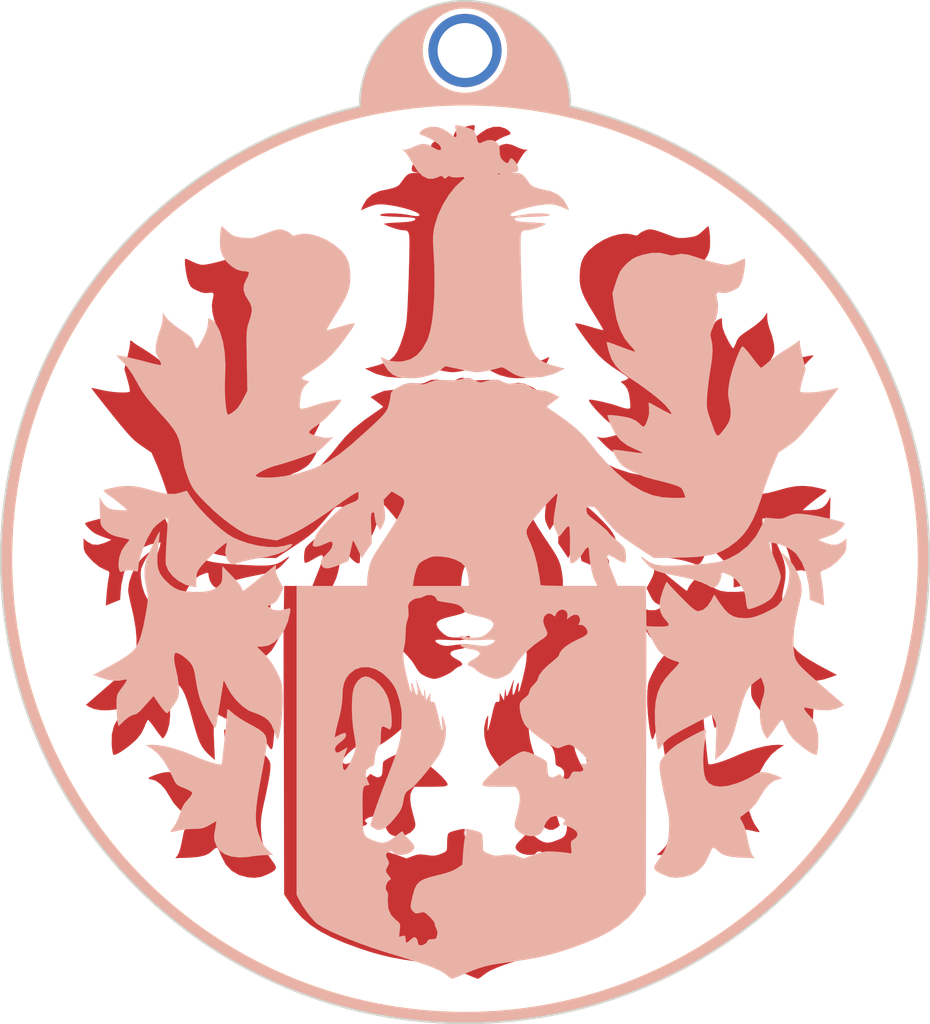
<source format=kicad_pcb>
(kicad_pcb (version 20171130) (host pcbnew "(5.0.1)-3")
  (title_block (title "Ruddock House PCB Crest") (date 2019-01-29) (rev A) (company "Ruddock House Electrical Engineering") (comment 1 "Ray Sun"))
  (layers (0 F.Cu signal) (31 B.Cu signal) (34 B.Paste user) (35 F.Paste user) (36 B.SilkS user) (37 F.SilkS user) (38 B.Mask user) (39 F.Mask user) (44 Edge.Cuts user))
  (net 0 "")
  (module MountingHole:MountingHole_3.2mm_M3_ISO14580_Pad (layer F.Cu) (at 142.24 59.944)
    (fp_text reference REF** hide)
    (fp_text value MountingHole)
    (pad 1 thru_hole circle (at 0 0) (size 6 6) (drill 4.5) (layers *.Cu *.Mask))
  )
  (module crest:ruddock_mask_small (layer F.Cu) (at 142.24 101.6)
    (fp_text reference G*** hide)
    (fp_text value LOGO hide)
  )
  (module crest:ruddock_cu_small (layer F.Cu) (at 142.24 101.6)
    (fp_text reference G*** hide)
    (fp_text value LOGO hide)
    (fp_poly (pts (xy 0.783862 -35.521205) (xy 0.793209 -35.401975) (xy 0.761625 -35.154986) (xy 0.733275 -35.008375) (xy 0.688107 -34.704397) (xy 0.727201 -34.562691) (xy 0.865366 -34.580073) (xy 1.117407 -34.753357) (xy 1.282342 -34.890253) (xy 1.783466 -35.217272) (xy 2.318293 -35.390212) (xy 2.84476 -35.404449) (xy 3.320801 -35.255357) (xy 3.506083 -35.134753) (xy 3.710177 -34.94262) (xy 3.730223 -34.814025) (xy 3.56466 -34.723127) (xy 3.4798 -34.699653) (xy 3.172942 -34.587822) (xy 2.813162 -34.406427) (xy 2.460929 -34.192198) (xy 2.17671 -33.981869) (xy 2.021988 -33.814093) (xy 1.951858 -33.590056) (xy 2.027617 -33.485323) (xy 2.226333 -33.506108) (xy 2.525075 -33.658624) (xy 2.545798 -33.672178) (xy 3.002635 -33.921256) (xy 3.408643 -34.00598) (xy 3.825795 -33.931013) (xy 4.14491 -33.792485) (xy 4.473192 -33.645542) (xy 4.761208 -33.54951) (xy 4.89258 -33.528) (xy 5.118315 -33.528) (xy 4.910304 -33.334209) (xy 4.766048 -33.15679) (xy 4.564973 -32.855008) (xy 4.343727 -32.484927) (xy 4.276374 -32.36437) (xy 3.879772 -31.758242) (xy 3.465566 -31.354009) (xy 3.032609 -31.151032) (xy 2.579752 -31.148675) (xy 2.277177 -31.252997) (xy 2.032106 -31.35902) (xy 1.897004 -31.37139) (xy 1.80235 -31.291707) (xy 1.781813 -31.264397) (xy 1.674809 -31.153661) (xy 1.566987 -31.195578) (xy 1.491323 -31.26742) (xy 1.325491 -31.374358) (xy 1.210128 -31.324369) (xy 1.034126 -31.263998) (xy 0.697312 -31.251141) (xy 0.472802 -31.264104) (xy -0.1524 -31.315962) (xy 0.192274 -31.054265) (xy 0.785171 -30.504883) (xy 1.342032 -29.802426) (xy 1.832513 -28.996938) (xy 2.226269 -28.138466) (xy 2.492957 -27.277053) (xy 2.499138 -27.249619) (xy 2.574188 -26.863786) (xy 2.61544 -26.499176) (xy 2.625404 -26.093974) (xy 2.60659 -25.586364) (xy 2.582245 -25.202766) (xy 2.516453 -23.928132) (xy 2.49658 -22.699143) (xy 2.520898 -21.540051) (xy 2.587677 -20.475109) (xy 2.695189 -19.528569) (xy 2.841704 -18.724684) (xy 3.025493 -18.087707) (xy 3.103009 -17.898274) (xy 3.488547 -17.200717) (xy 3.932803 -16.690177) (xy 4.451772 -16.355011) (xy 5.06145 -16.183576) (xy 5.499032 -16.1544) (xy 6.042598 -16.194549) (xy 6.460675 -16.323273) (xy 6.529304 -16.357798) (xy 6.76019 -16.470249) (xy 6.894735 -16.513924) (xy 6.9088 -16.50682) (xy 6.866493 -16.393106) (xy 6.757707 -16.158684) (xy 6.659794 -15.961057) (xy 6.333456 -15.459907) (xy 5.945245 -15.098662) (xy 5.527931 -14.906446) (xy 5.458009 -14.892912) (xy 4.760112 -14.808048) (xy 4.183113 -14.792846) (xy 3.657701 -14.845481) (xy 3.6576 -14.845498) (xy 2.848813 -15.045552) (xy 2.186056 -15.360165) (xy 1.965178 -15.513109) (xy 1.617536 -15.778268) (xy 0.325656 -15.506083) (xy -0.212139 -15.395081) (xy -0.603748 -15.324705) (xy -0.901406 -15.291767) (xy -1.157349 -15.293083) (xy -1.423812 -15.325465) (xy -1.727713 -15.380835) (xy -2.141306 -15.467861) (xy -2.512309 -15.55844) (xy -2.764547 -15.633876) (xy -2.775524 -15.638005) (xy -2.967398 -15.688424) (xy -3.147496 -15.65649) (xy -3.386463 -15.523018) (xy -3.513247 -15.437665) (xy -4.028531 -15.120842) (xy -4.495081 -14.932868) (xy -4.995009 -14.847123) (xy -5.376536 -14.8336) (xy -6.368799 -14.907444) (xy -7.238143 -15.131517) (xy -7.6708 -15.320377) (xy -8.1788 -15.57868) (xy -7.8232 -15.668209) (xy -7.110469 -15.863044) (xy -6.557081 -16.063993) (xy -6.13129 -16.302212) (xy -5.801348 -16.608859) (xy -5.53551 -17.015092) (xy -5.30203 -17.552069) (xy -5.06916 -18.250946) (xy -5.017019 -18.422342) (xy -4.928952 -18.73905) (xy -4.860019 -19.056167) (xy -4.806001 -19.410943) (xy -4.762681 -19.840625) (xy -4.725841 -20.382464) (xy -4.691261 -21.073707) (xy -4.675558 -21.4376) (xy -4.645232 -22.214862) (xy -4.616504 -23.045542) (xy -4.591375 -23.864647) (xy -4.571847 -24.607181) (xy -4.560347 -25.179809) (xy -4.553257 -25.811385) (xy -4.56006 -26.268178) (xy -4.5893 -26.578535) (xy -4.649522 -26.770801) (xy -4.74927 -26.873324) (xy -4.897088 -26.91445) (xy -5.08561 -26.922445) (xy -5.30503 -26.951247) (xy -5.60108 -27.024473) (xy -5.926691 -27.125327) (xy -6.234793 -27.237013) (xy -6.478317 -27.342734) (xy -6.610194 -27.425693) (xy -6.604 -27.46427) (xy -6.443753 -27.490565) (xy -6.129801 -27.51864) (xy -5.711564 -27.544678) (xy -5.355583 -27.56071) (xy -4.736659 -27.600905) (xy -4.316122 -27.666964) (xy -4.09497 -27.758607) (xy -4.074202 -27.875552) (xy -4.104546 -27.912907) (xy -4.230042 -27.944363) (xy -4.518278 -27.975232) (xy -4.928816 -28.002308) (xy -5.421211 -28.022385) (xy -5.520173 -28.025131) (xy -6.02434 -28.043795) (xy -6.455113 -28.070518) (xy -6.771759 -28.101985) (xy -6.933545 -28.134883) (xy -6.943296 -28.140906) (xy -6.932127 -28.211263) (xy -6.757441 -28.262258) (xy -6.458076 -28.293069) (xy -6.072866 -28.302873) (xy -5.640648 -28.29085) (xy -5.200258 -28.256176) (xy -4.790532 -28.198029) (xy -4.736124 -28.18763) (xy -4.256342 -28.102703) (xy -3.944021 -28.074174) (xy -3.771928 -28.100275) (xy -3.73887 -28.122891) (xy -3.74183 -28.228556) (xy -3.913296 -28.355206) (xy -4.220828 -28.49364) (xy -4.631985 -28.634656) (xy -5.114328 -28.769054) (xy -5.635417 -28.887632) (xy -6.162812 -28.98119) (xy -6.664073 -29.040526) (xy -7.032904 -29.057192) (xy -7.339323 -29.015083) (xy -7.72262 -28.906423) (xy -7.971511 -28.809719) (xy -8.532014 -28.561838) (xy -8.379413 -28.936719) (xy -8.06029 -29.462142) (xy -7.596014 -29.868478) (xy -7.024144 -30.125557) (xy -6.847594 -30.167116) (xy -6.27427 -30.284985) (xy -5.866743 -30.393011) (xy -5.58896 -30.504722) (xy -5.404868 -30.633645) (xy -5.310754 -30.743779) (xy -5.03182 -31.131489) (xy -4.821396 -31.380724) (xy -4.640307 -31.520291) (xy -2.902335 -31.520291) (xy -2.802467 -31.504022) (xy -2.67069 -31.522701) (xy -2.669117 -31.557384) (xy -2.805098 -31.581638) (xy -2.86385 -31.565405) (xy -2.902335 -31.520291) (xy -4.640307 -31.520291) (xy -4.636736 -31.523043) (xy -4.435093 -31.590007) (xy -4.173721 -31.613175) (xy -4.131169 -31.61468) (xy -3.854978 -31.626362) (xy -3.771699 -31.63963) (xy -3.871061 -31.658562) (xy -3.9878 -31.671613) (xy -4.239338 -31.715681) (xy -4.346669 -31.809478) (xy -4.3688 -31.995298) (xy -4.308138 -32.229783) (xy -4.159422 -32.490627) (xy -3.972557 -32.708685) (xy -3.797448 -32.814809) (xy -3.775902 -32.816801) (xy -3.677071 -32.732183) (xy -3.628162 -32.613601) (xy -3.529084 -32.440444) (xy -3.36243 -32.447811) (xy -3.117657 -32.636611) (xy -3.094182 -32.659782) (xy -2.928278 -32.880108) (xy -2.85573 -33.154565) (xy -2.8448 -33.404072) (xy -2.817948 -33.758691) (xy -2.719824 -33.995351) (xy -2.609652 -34.11989) (xy -2.278187 -34.301338) (xy -1.883166 -34.317519) (xy -1.524 -34.1884) (xy -1.257598 -34.064684) (xy -1.099283 -34.089317) (xy -1.009051 -34.283553) (xy -0.972266 -34.4815) (xy -0.887036 -34.79979) (xy -0.755387 -35.05302) (xy -0.709913 -35.103966) (xy -0.536326 -35.203131) (xy -0.251062 -35.312954) (xy 0.084868 -35.416393) (xy 0.410451 -35.496406) (xy 0.664676 -35.535952) (xy 0.783862 -35.521205)) (layer F.Cu) (width 0.01))
    (fp_poly (pts (xy 28.411732 -5.907833) (xy 29.148682 -5.757355) (xy 29.652184 -5.624694) (xy 29.644612 -5.55491) (xy 29.49503 -5.405843) (xy 29.23333 -5.206563) (xy 29.194984 -5.180091) (xy 28.803874 -4.898191) (xy 28.401721 -4.58548) (xy 28.1432 -4.368362) (xy 27.686 -3.96295) (xy 28.2448 -3.96841) (xy 28.826129 -4.012825) (xy 29.25448 -4.143935) (xy 29.567543 -4.378189) (xy 29.744376 -4.6228) (xy 29.979629 -5.0292) (xy 29.950414 -3.892601) (xy 29.935347 -3.395516) (xy 29.913589 -3.056165) (xy 29.874724 -2.829114) (xy 29.808334 -2.668929) (xy 29.704004 -2.530179) (xy 29.6164 -2.43573) (xy 29.309427 -2.15329) (xy 28.984837 -1.957658) (xy 28.575351 -1.815783) (xy 28.167302 -1.723836) (xy 27.840886 -1.65233) (xy 27.612111 -1.588295) (xy 27.5336 -1.548496) (xy 27.595914 -1.450602) (xy 27.755221 -1.255925) (xy 27.879601 -1.114846) (xy 28.174027 -0.661717) (xy 28.366116 -0.10683) (xy 28.431843 0.464072) (xy 28.404526 0.758677) (xy 28.338225 1.003689) (xy 28.246713 1.084335) (xy 28.162403 1.068176) (xy 27.622995 0.940401) (xy 27.147029 0.993986) (xy 27.132232 0.999021) (xy 26.919705 1.059262) (xy 26.835471 1.018827) (xy 26.820635 0.883714) (xy 26.75768 0.330659) (xy 26.590734 -0.324271) (xy 26.341233 -1.023079) (xy 26.030616 -1.707772) (xy 25.68032 -2.320354) (xy 25.583341 -2.463563) (xy 25.409962 -2.657585) (xy 25.162279 -2.875802) (xy 24.889207 -3.082667) (xy 24.639664 -3.242638) (xy 24.462563 -3.320167) (xy 24.412965 -3.314032) (xy 24.400859 -3.198313) (xy 24.404052 -2.914499) (xy 24.421213 -2.497017) (xy 24.451012 -1.980291) (xy 24.481602 -1.538187) (xy 24.520087 -0.944318) (xy 24.545345 -0.399778) (xy 24.556212 0.053899) (xy 24.551521 0.375179) (xy 24.538692 0.49756) (xy 24.339443 0.976217) (xy 23.980655 1.431148) (xy 23.505586 1.825811) (xy 22.957493 2.123665) (xy 22.4282 2.280388) (xy 22.0472 2.346007) (xy 22.0472 1.747047) (xy 22.028263 1.358531) (xy 21.95281 1.076255) (xy 21.792872 0.805275) (xy 21.754042 0.751843) (xy 21.546372 0.500695) (xy 21.258416 0.19145) (xy 20.920772 -0.147548) (xy 20.564033 -0.487959) (xy 20.218795 -0.80144) (xy 19.915654 -1.05965) (xy 19.685206 -1.234248) (xy 19.558044 -1.296892) (xy 19.546872 -1.29274) (xy 19.549544 -1.179932) (xy 19.609465 -0.957064) (xy 19.621584 -0.921399) (xy 19.672759 -0.509946) (xy 19.58255 -0.077558) (xy 19.373225 0.285452) (xy 19.307503 0.352429) (xy 19.185373 0.448616) (xy 19.061456 0.479716) (xy 18.875579 0.443139) (xy 18.567572 0.336297) (xy 18.519226 0.318513) (xy 18.103664 0.191544) (xy 17.601514 0.074714) (xy 17.1704 0.00068) (xy 16.182433 -0.165616) (xy 15.386902 -0.376277) (xy 14.777465 -0.633514) (xy 14.347779 -0.939539) (xy 14.284453 -1.005019) (xy 14.175236 -1.136479) (xy 14.165875 -1.199346) (xy 14.28229 -1.196009) (xy 14.550402 -1.128853) (xy 14.812906 -1.053677) (xy 15.42839 -0.953175) (xy 16.163166 -0.960301) (xy 16.969359 -1.067166) (xy 17.799092 -1.265876) (xy 18.604491 -1.548541) (xy 19.05 -1.752063) (xy 19.491113 -2.023675) (xy 20.013003 -2.423231) (xy 20.577532 -2.913904) (xy 21.146565 -3.458864) (xy 21.681966 -4.021283) (xy 22.1456 -4.564332) (xy 22.49933 -5.051183) (xy 22.549169 -5.131303) (xy 22.69717 -5.376546) (xy 22.793464 -5.535282) (xy 22.810994 -5.563685) (xy 22.907361 -5.549088) (xy 23.1314 -5.481709) (xy 23.263325 -5.436685) (xy 23.747014 -5.317272) (xy 24.269843 -5.298506) (xy 24.87478 -5.383185) (xy 25.604797 -5.574105) (xy 25.666904 -5.593129) (xy 26.447273 -5.810284) (xy 27.123331 -5.934791) (xy 27.757383 -5.967143) (xy 28.411732 -5.907833)) (layer F.Cu) (width 0.01))
    (fp_poly (pts (xy -26.96509 -3.651575) (xy -26.657772 -3.555345) (xy -26.335011 -3.40374) (xy -26.086615 -3.307347) (xy -25.797619 -3.272746) (xy -25.394891 -3.292452) (xy -25.319011 -3.299743) (xy -24.638 -3.367946) (xy -24.355798 -2.725373) (xy -23.858094 -1.820934) (xy -23.220748 -1.062326) (xy -22.436477 -0.442191) (xy -21.700967 -0.04202) (xy -21.385858 0.089869) (xy -21.058805 0.196058) (xy -20.687637 0.281641) (xy -20.240183 0.351713) (xy -19.68427 0.411367) (xy -18.987727 0.465698) (xy -18.172872 0.51665) (xy -17.347785 0.558211) (xy -16.692944 0.573319) (xy -16.176631 0.557933) (xy -15.767132 0.50801) (xy -15.432731 0.419508) (xy -15.141712 0.288385) (xy -14.86236 0.110597) (xy -14.835477 0.091279) (xy -14.603164 -0.067028) (xy -14.45528 -0.148625) (xy -14.4272 -0.148685) (xy -14.491438 -0.05184) (xy -14.65977 0.148175) (xy -14.89349 0.405606) (xy -15.164244 0.668124) (xy -15.445961 0.870442) (xy -15.780538 1.030291) (xy -16.209873 1.165402) (xy -16.775863 1.293506) (xy -17.1704 1.369214) (xy -18.044049 1.549458) (xy -18.801045 1.744328) (xy -19.414863 1.945913) (xy -19.858976 2.1463) (xy -19.940783 2.195544) (xy -20.213544 2.347691) (xy -20.403423 2.3787) (xy -20.523931 2.336409) (xy -20.753088 2.122916) (xy -20.936557 1.794486) (xy -21.028018 1.439383) (xy -21.0312 1.369798) (xy -21.056274 1.182647) (xy -21.167403 1.149726) (xy -21.2598 1.172854) (xy -21.822207 1.404329) (xy -22.254003 1.736748) (xy -22.488083 2.018063) (xy -22.741977 2.388171) (xy -22.898114 2.684902) (xy -22.988258 2.991453) (xy -23.044171 3.39102) (xy -23.055471 3.504227) (xy -23.111248 3.886027) (xy -23.191691 4.088999) (xy -23.2664 4.137277) (xy -23.42816 4.111068) (xy -23.717964 4.019532) (xy -24.078745 3.881152) (xy -24.152332 3.850357) (xy -24.629829 3.613601) (xy -25.014841 3.356753) (xy -25.183317 3.200234) (xy -25.40461 2.880442) (xy -25.617811 2.460714) (xy -25.791314 2.016578) (xy -25.893514 1.623564) (xy -25.908 1.468452) (xy -25.869021 1.270196) (xy -25.764133 0.940384) (xy -25.611409 0.532491) (xy -25.501735 0.266436) (xy -25.320345 -0.175311) (xy -25.165834 -0.583146) (xy -25.059933 -0.898142) (xy -25.029542 -1.014092) (xy -24.963615 -1.343727) (xy -25.410408 -1.27401) (xy -25.917239 -1.142783) (xy -26.432739 -0.922639) (xy -26.884415 -0.649962) (xy -27.179517 -0.38607) (xy -27.645201 0.318654) (xy -27.987648 1.173277) (xy -28.201682 2.162312) (xy -28.269813 2.875994) (xy -28.2956 3.364388) (xy -29.466964 3.83932) (xy -29.407618 3.01186) (xy -29.366305 2.543185) (xy -29.312955 2.082111) (xy -29.258487 1.72194) (xy -29.253736 1.696799) (xy -29.188848 1.345689) (xy -29.177255 1.141173) (xy -29.236355 1.029841) (xy -29.383548 0.958282) (xy -29.507864 0.916689) (xy -29.983823 0.676997) (xy -30.489794 0.272939) (xy -30.933497 -0.198768) (xy -31.154042 -0.494132) (xy -31.261103 -0.751887) (xy -31.292326 -1.070255) (xy -31.2928 -1.136245) (xy -31.2928 -1.643664) (xy -30.980205 -1.380632) (xy -30.581183 -1.164909) (xy -30.112426 -1.134316) (xy -29.567013 -1.28864) (xy -29.464 -1.334257) (xy -29.0068 -1.546451) (xy -29.52001 -1.725375) (xy -29.884842 -1.862863) (xy -30.223812 -2.007132) (xy -30.346108 -2.066101) (xy -30.557566 -2.208194) (xy -30.789374 -2.410598) (xy -30.996625 -2.626548) (xy -31.134416 -2.809278) (xy -31.158106 -2.911761) (xy -31.018356 -2.975849) (xy -30.721478 -3.067389) (xy -30.310044 -3.176283) (xy -29.826627 -3.292434) (xy -29.3138 -3.405744) (xy -28.814134 -3.506114) (xy -28.370202 -3.583448) (xy -28.253083 -3.600811) (xy -27.703725 -3.668244) (xy -27.294068 -3.687187) (xy -26.96509 -3.651575)) (layer F.Cu) (width 0.01))
    (fp_poly (pts (xy 25.104545 -2.155363) (xy 25.222288 -1.94964) (xy 25.381449 -1.635701) (xy 25.56366 -1.25322) (xy 25.750551 -0.841875) (xy 25.923754 -0.441342) (xy 26.064901 -0.091295) (xy 26.155623 0.168588) (xy 26.165304 0.2032) (xy 26.26712 0.677133) (xy 26.303978 1.122399) (xy 26.27515 1.606259) (xy 26.179913 2.195973) (xy 26.14175 2.386778) (xy 26.073137 2.734513) (xy 26.032956 3.012455) (xy 26.022612 3.273066) (xy 26.04351 3.568808) (xy 26.097056 3.952144) (xy 26.184654 4.475536) (xy 26.200102 4.565212) (xy 26.370316 5.458922) (xy 26.543973 6.173082) (xy 26.728411 6.731304) (xy 26.930971 7.157201) (xy 27.07155 7.368672) (xy 27.329543 7.64187) (xy 27.716204 7.946446) (xy 28.248506 8.293826) (xy 28.94342 8.695437) (xy 29.447739 8.968386) (xy 30.492821 9.523206) (xy 30.10541 9.677175) (xy 29.442089 9.894885) (xy 28.837507 10.004537) (xy 28.335479 9.999395) (xy 28.197101 9.970621) (xy 27.936482 9.91266) (xy 27.77059 9.901814) (xy 27.749729 9.910003) (xy 27.770959 10.01491) (xy 27.885878 10.211962) (xy 27.921817 10.262849) (xy 28.143808 10.567352) (xy 28.36946 10.877042) (xy 28.3718 10.880253) (xy 28.485151 11.062652) (xy 28.552598 11.263856) (xy 28.584326 11.540269) (xy 28.590522 11.948295) (xy 28.589193 12.084068) (xy 28.575709 12.54305) (xy 28.549851 12.971692) (xy 28.516554 13.293914) (xy 28.506858 13.353178) (xy 28.435729 13.732328) (xy 27.938217 13.266964) (xy 27.585496 12.977086) (xy 27.29879 12.822014) (xy 27.190606 12.8016) (xy 26.933114 12.715745) (xy 26.65298 12.483415) (xy 26.642003 12.4714) (xy 26.396121 12.199379) (xy 26.100932 11.872765) (xy 25.946 11.701324) (xy 25.548502 11.261449) (xy 25.054336 11.984686) (xy 24.81959 12.306586) (xy 24.61683 12.545501) (xy 24.478475 12.664723) (xy 24.448519 12.670706) (xy 24.340559 12.573681) (xy 24.158022 12.351612) (xy 23.937513 12.049537) (xy 23.903234 11.99983) (xy 23.677981 11.656628) (xy 23.548278 11.397677) (xy 23.488277 11.144276) (xy 23.472126 10.817727) (xy 23.471991 10.686885) (xy 23.502424 10.225454) (xy 23.579446 9.693615) (xy 23.675191 9.252471) (xy 23.823412 8.590985) (xy 23.869784 8.103422) (xy 23.814449 7.787956) (xy 23.792385 7.747222) (xy 23.665858 7.716917) (xy 23.438949 7.801953) (xy 23.155291 7.974315) (xy 22.858513 8.205987) (xy 22.592248 8.468956) (xy 22.507312 8.57235) (xy 22.360886 8.802361) (xy 22.251343 9.081204) (xy 22.16214 9.462231) (xy 22.08664 9.929236) (xy 21.998719 10.444447) (xy 21.887173 10.964573) (xy 21.771322 11.402893) (xy 21.729617 11.5316) (xy 21.601927 11.852482) (xy 21.422014 12.250255) (xy 21.212363 12.681321) (xy 20.995459 13.102085) (xy 20.793787 13.46895) (xy 20.629833 13.73832) (xy 20.526081 13.866598) (xy 20.524949 13.867318) (xy 20.469751 13.801451) (xy 20.401498 13.579345) (xy 20.333531 13.246237) (xy 20.323134 13.182892) (xy 20.256477 12.768044) (xy 20.169159 12.231891) (xy 20.074103 11.65353) (xy 20.009105 11.26124) (xy 19.931714 10.790464) (xy 19.86814 10.393122) (xy 19.825119 10.112049) (xy 19.809403 9.99124) (xy 19.76846 10.031245) (xy 19.663041 10.216301) (xy 19.515103 10.507559) (xy 19.499932 10.53873) (xy 19.168169 11.099612) (xy 18.747339 11.627814) (xy 18.280426 12.07972) (xy 17.810413 12.411713) (xy 17.526 12.541736) (xy 16.912583 12.769508) (xy 16.460916 12.997427) (xy 16.132574 13.260578) (xy 15.88913 13.594041) (xy 15.69216 14.032897) (xy 15.599942 14.3002) (xy 15.489464 14.628298) (xy 15.418253 14.788307) (xy 15.366881 14.806674) (xy 15.315917 14.709845) (xy 15.310064 14.694765) (xy 15.226564 14.386001) (xy 15.145211 13.92526) (xy 15.071399 13.363738) (xy 15.01052 12.752631) (xy 14.967968 12.143137) (xy 14.949136 11.586452) (xy 14.951664 11.292617) (xy 14.970917 10.795726) (xy 15.002857 10.4342) (xy 15.063812 10.140238) (xy 15.17011 9.846036) (xy 15.338081 9.483794) (xy 15.434415 9.288043) (xy 15.806379 8.621558) (xy 16.210629 8.081082) (xy 16.478404 7.7978) (xy 17.073977 7.2136) (xy 16.65158 7.2136) (xy 16.125374 7.115964) (xy 15.631636 6.837935) (xy 15.188749 6.401832) (xy 14.815091 5.829973) (xy 14.529043 5.144676) (xy 14.358394 4.429089) (xy 14.325899 4.177215) (xy 14.356359 4.078015) (xy 14.475707 4.084364) (xy 14.53867 4.101491) (xy 15.15948 4.230172) (xy 15.633466 4.222389) (xy 15.94909 4.086138) (xy 16.200312 3.88271) (xy 15.834337 3.729796) (xy 15.587402 3.586475) (xy 15.386164 3.358428) (xy 15.18326 2.994156) (xy 14.898159 2.41143) (xy 15.236061 1.785298) (xy 15.438913 1.363199) (xy 15.5273 1.045901) (xy 15.526178 0.833582) (xy 15.502678 0.611784) (xy 15.509621 0.508888) (xy 15.511975 0.508) (xy 15.597432 0.569373) (xy 15.812512 0.73919) (xy 16.130581 0.995994) (xy 16.525003 1.31833) (xy 16.836297 1.5748) (xy 17.271536 1.931211) (xy 17.652703 2.237076) (xy 17.952289 2.470819) (xy 18.142787 2.610867) (xy 18.196504 2.6416) (xy 18.270648 2.555972) (xy 18.327464 2.396591) (xy 18.422627 2.224374) (xy 18.630807 1.953538) (xy 18.918106 1.625838) (xy 19.151278 1.381804) (xy 19.9136 0.612026) (xy 19.9136 1.28125) (xy 19.921948 1.653778) (xy 19.962001 1.892322) (xy 20.056271 2.065889) (xy 20.227269 2.243485) (xy 20.227606 2.2438) (xy 20.55995 2.484216) (xy 20.969802 2.639864) (xy 21.493354 2.718903) (xy 22.166794 2.729495) (xy 22.352 2.722878) (xy 22.954957 2.677517) (xy 23.417386 2.585589) (xy 23.800711 2.423036) (xy 24.166352 2.1658) (xy 24.468348 1.893951) (xy 24.799228 1.542296) (xy 25.032626 1.193344) (xy 25.177593 0.808294) (xy 25.243177 0.348344) (xy 25.238427 -0.225305) (xy 25.172393 -0.951456) (xy 25.158856 -1.0668) (xy 25.10696 -1.517944) (xy 25.068474 -1.887302) (xy 25.047505 -2.132928) (xy 25.04659 -2.213194) (xy 25.104545 -2.155363)) (layer F.Cu) (width 0.01))
    (fp_poly (pts (xy 19.507273 12.387215) (xy 19.517168 12.57742) (xy 19.54433 12.917515) (xy 19.585117 13.371892) (xy 19.635885 13.904941) (xy 19.692992 14.481053) (xy 19.752796 15.064619) (xy 19.811653 15.620029) (xy 19.86592 16.111675) (xy 19.911955 16.503947) (xy 19.946115 16.761236) (xy 19.963594 16.84786) (xy 20.112839 16.870567) (xy 20.410548 16.820455) (xy 20.820116 16.70861) (xy 21.30494 16.546118) (xy 21.828414 16.344063) (xy 22.289626 16.143416) (xy 23.026532 15.838134) (xy 23.785381 15.584574) (xy 24.517731 15.395119) (xy 25.175143 15.282151) (xy 25.709177 15.258052) (xy 25.74441 15.260282) (xy 26.160755 15.2908) (xy 25.636626 15.626041) (xy 25.138368 16.048504) (xy 24.655737 16.665482) (xy 24.194871 17.468511) (xy 23.995373 17.890205) (xy 23.831903 18.240558) (xy 23.692209 18.459271) (xy 23.519763 18.601366) (xy 23.258036 18.72186) (xy 23.065711 18.79506) (xy 22.734607 18.936444) (xy 22.486594 19.075081) (xy 22.379766 19.174988) (xy 22.416628 19.326187) (xy 22.579116 19.562744) (xy 22.749549 19.752181) (xy 23.04006 20.100433) (xy 23.246908 20.493593) (xy 23.381739 20.887648) (xy 23.534152 21.309224) (xy 23.72592 21.71118) (xy 23.895028 21.977734) (xy 24.064565 22.20937) (xy 24.156087 22.368442) (xy 24.160874 22.405792) (xy 24.049034 22.40382) (xy 23.80222 22.35668) (xy 23.566475 22.298663) (xy 23.167304 22.221666) (xy 22.67896 22.167866) (xy 22.262767 22.150005) (xy 21.832254 22.137159) (xy 21.515793 22.085836) (xy 21.224931 21.974362) (xy 20.955327 21.829655) (xy 20.39752 21.51051) (xy 20.456461 21.905855) (xy 20.515272 22.282573) (xy 20.576937 22.65321) (xy 20.57965 22.668779) (xy 20.560572 23.110844) (xy 20.371354 23.577637) (xy 20.130187 23.911801) (xy 19.742419 24.209058) (xy 19.21065 24.404004) (xy 18.570488 24.489363) (xy 17.857541 24.457856) (xy 17.6276 24.423272) (xy 17.15669 24.355405) (xy 16.66184 24.306886) (xy 16.328664 24.290426) (xy 15.740929 24.2824) (xy 16.10605 23.961819) (xy 16.443128 23.599366) (xy 16.711572 23.147344) (xy 16.938549 22.556636) (xy 17.005118 22.336363) (xy 17.098875 21.936485) (xy 17.151693 21.508391) (xy 17.161785 21.024613) (xy 17.127366 20.457683) (xy 17.046648 19.780131) (xy 16.917846 18.96449) (xy 16.739173 17.983291) (xy 16.7132 17.847401) (xy 16.583352 17.155619) (xy 16.467835 16.510743) (xy 16.372173 15.946042) (xy 16.301889 15.49478) (xy 16.262506 15.190225) (xy 16.256 15.093815) (xy 16.283455 14.754665) (xy 16.383918 14.476452) (xy 16.584539 14.228887) (xy 16.912464 13.981679) (xy 17.394841 13.704538) (xy 17.594562 13.600314) (xy 18.065319 13.340607) (xy 18.516586 13.060504) (xy 18.887477 12.799367) (xy 19.067351 12.64828) (xy 19.332354 12.416777) (xy 19.477851 12.344006) (xy 19.507273 12.387215)) (layer F.Cu) (width 0.01))
    (fp_poly (pts (xy -19.634622 14.041177) (xy -19.385092 14.14343) (xy -19.036811 14.31127) (xy -18.627221 14.524713) (xy -18.193766 14.763776) (xy -17.773886 15.008478) (xy -17.405025 15.238835) (xy -17.17191 15.399306) (xy -16.812731 15.692551) (xy -16.473919 16.017231) (xy -16.247174 16.279944) (xy -16.075367 16.531624) (xy -15.986942 16.739097) (xy -15.962821 16.982438) (xy -15.983927 17.341725) (xy -15.986632 17.3736) (xy -16.029665 17.705859) (xy -16.110735 18.18279) (xy -16.219959 18.751594) (xy -16.347454 19.359475) (xy -16.414516 19.6596) (xy -16.558431 20.306061) (xy -16.657831 20.805819) (xy -16.719011 21.208912) (xy -16.748268 21.56538) (xy -16.7519 21.925264) (xy -16.740532 22.2504) (xy -16.679108 22.936733) (xy -16.549477 23.499407) (xy -16.324493 24.01377) (xy -15.977007 24.555171) (xy -15.846422 24.732001) (xy -15.61169 25.065844) (xy -15.516083 25.302037) (xy -15.571859 25.485457) (xy -15.791271 25.660976) (xy -16.15363 25.856809) (xy -16.715567 26.081284) (xy -17.268455 26.159229) (xy -17.838253 26.114825) (xy -18.564018 25.918394) (xy -19.15974 25.567671) (xy -19.631527 25.057552) (xy -19.985488 24.382934) (xy -20.019842 24.292038) (xy -20.152673 23.974521) (xy -20.278689 23.751166) (xy -20.365405 23.6728) (xy -20.50694 23.740796) (xy -20.709956 23.909789) (xy -20.766881 23.966828) (xy -21.029223 24.17727) (xy -21.373835 24.329178) (xy -21.834703 24.431567) (xy -22.445811 24.493451) (xy -22.822801 24.51219) (xy -23.750801 24.547052) (xy -23.560535 24.287726) (xy -23.45581 24.06872) (xy -23.343533 23.712091) (xy -23.242787 23.281665) (xy -23.214866 23.131662) (xy -23.079308 22.469195) (xy -22.923408 21.960059) (xy -22.730417 21.554419) (xy -22.633443 21.401716) (xy -22.561302 21.238624) (xy -22.655659 21.122445) (xy -22.695774 21.096916) (xy -23.374362 20.605283) (xy -23.893841 20.041674) (xy -24.212215 19.530684) (xy -24.570378 18.950074) (xy -24.956772 18.503305) (xy -25.346798 18.215606) (xy -25.579664 18.12818) (xy -25.820688 18.072358) (xy -25.9588 18.03655) (xy -25.962042 17.983879) (xy -25.815877 17.893817) (xy -25.566418 17.784312) (xy -25.259778 17.673314) (xy -24.942068 17.578774) (xy -24.659401 17.518642) (xy -24.6125 17.512478) (xy -24.299653 17.495781) (xy -24.052323 17.548483) (xy -23.776217 17.696489) (xy -23.65573 17.775335) (xy -23.326153 17.96499) (xy -22.888931 18.175729) (xy -22.429935 18.366654) (xy -22.357405 18.393657) (xy -21.60322 18.613708) (xy -20.95431 18.688356) (xy -20.421297 18.618825) (xy -20.014802 18.406343) (xy -19.766256 18.094576) (xy -19.644744 17.723823) (xy -19.570008 17.199104) (xy -19.543862 16.564615) (xy -19.568119 15.864553) (xy -19.644594 15.143116) (xy -19.645021 15.140149) (xy -19.703573 14.698392) (xy -19.741931 14.335995) (xy -19.756044 14.096869) (xy -19.74796 14.024492) (xy -19.634622 14.041177)) (layer F.Cu) (width 0.01))
    (fp_poly (pts (xy 20.02669 -27.022219) (xy 20.063091 -26.796131) (xy 20.091765 -26.442722) (xy 20.106584 -26.037862) (xy 20.106672 -26.031623) (xy 20.096186 -25.571033) (xy 20.038297 -25.222824) (xy 19.915793 -24.898433) (xy 19.867056 -24.798801) (xy 19.560932 -24.344999) (xy 19.16083 -23.964891) (xy 18.717098 -23.695645) (xy 18.280085 -23.574432) (xy 18.204184 -23.571201) (xy 17.929975 -23.548567) (xy 17.752425 -23.492153) (xy 17.730079 -23.471023) (xy 17.741818 -23.332813) (xy 17.840156 -23.090575) (xy 17.927283 -22.928697) (xy 18.133571 -22.469625) (xy 18.170884 -22.047818) (xy 18.036303 -21.612858) (xy 17.8308 -21.262452) (xy 17.619251 -20.910044) (xy 17.510281 -20.597771) (xy 17.500047 -20.26648) (xy 17.584705 -19.857015) (xy 17.712962 -19.448796) (xy 17.78702 -19.221577) (xy 17.843193 -19.014261) (xy 17.883313 -18.796078) (xy 17.909211 -18.536256) (xy 17.922721 -18.204026) (xy 17.925673 -17.768618) (xy 17.919901 -17.199259) (xy 17.907236 -16.46518) (xy 17.903226 -16.253329) (xy 17.855728 -13.761457) (xy 18.164332 -13.154529) (xy 18.359261 -12.800853) (xy 18.555915 -12.491305) (xy 18.689826 -12.318356) (xy 18.931565 -12.094584) (xy 19.178335 -11.914542) (xy 19.376854 -11.812909) (xy 19.466634 -11.812768) (xy 19.533433 -11.975832) (xy 19.594036 -12.298221) (xy 19.645097 -12.736082) (xy 19.683273 -13.245561) (xy 19.705216 -13.782803) (xy 19.707584 -14.303955) (xy 19.689433 -14.733731) (xy 19.654244 -15.839955) (xy 19.712526 -16.86972) (xy 19.860252 -17.789111) (xy 20.093396 -18.564211) (xy 20.163981 -18.730205) (xy 20.395799 -19.184133) (xy 20.60337 -19.465685) (xy 20.769363 -19.586744) (xy 20.968947 -19.674763) (xy 21.06138 -19.710077) (xy 21.074391 -19.619267) (xy 21.082705 -19.39133) (xy 21.083935 -19.278267) (xy 21.139855 -18.901215) (xy 21.312042 -18.427629) (xy 21.490335 -18.054561) (xy 21.681884 -17.696654) (xy 21.847828 -17.41777) (xy 21.961879 -17.260879) (xy 21.987629 -17.241771) (xy 22.070515 -17.316779) (xy 22.179387 -17.530966) (xy 22.241629 -17.695501) (xy 22.329552 -17.91826) (xy 22.444245 -18.100601) (xy 22.622047 -18.278609) (xy 22.899294 -18.488369) (xy 23.312324 -18.765966) (xy 23.333689 -18.779978) (xy 23.80292 -19.109788) (xy 24.195912 -19.428863) (xy 24.468925 -19.70067) (xy 24.527489 -19.777063) (xy 24.7904 -20.16397) (xy 24.7904 -19.731967) (xy 24.830348 -19.40001) (xy 24.933664 -18.988877) (xy 25.040154 -18.685313) (xy 25.190662 -18.242274) (xy 25.310605 -17.760392) (xy 25.356647 -17.480776) (xy 25.384152 -17.11523) (xy 25.352035 -16.849831) (xy 25.240625 -16.585492) (xy 25.145348 -16.416455) (xy 25.00213 -16.143048) (xy 24.928761 -15.94316) (xy 24.93099 -15.878343) (xy 25.048248 -15.878862) (xy 25.319502 -15.927867) (xy 25.703727 -16.016773) (xy 26.137134 -16.130686) (xy 26.722138 -16.285475) (xy 27.29829 -16.425474) (xy 27.821586 -16.541091) (xy 28.24802 -16.622734) (xy 28.533588 -16.66081) (xy 28.576447 -16.6624) (xy 28.552873 -16.600753) (xy 28.406965 -16.437876) (xy 28.168855 -16.206871) (xy 28.125238 -16.166735) (xy 27.699591 -15.704476) (xy 27.278344 -15.092518) (xy 27.033247 -14.668135) (xy 26.770781 -14.198031) (xy 26.536066 -13.805445) (xy 26.300646 -13.452356) (xy 26.03607 -13.100747) (xy 25.713881 -12.712598) (xy 25.305628 -12.24989) (xy 24.837915 -11.7348) (xy 24.324369 -11.152599) (xy 23.940233 -10.656843) (xy 23.661807 -10.200379) (xy 23.465396 -9.736053) (xy 23.327303 -9.21671) (xy 23.22383 -8.595197) (xy 23.210689 -8.496827) (xy 23.018982 -7.505491) (xy 22.699453 -6.56436) (xy 22.535351 -6.180275) (xy 22.380452 -5.872735) (xy 22.20263 -5.596636) (xy 21.969761 -5.306872) (xy 21.649719 -4.958338) (xy 21.294502 -4.591736) (xy 20.648364 -3.968226) (xy 19.97614 -3.384776) (xy 19.309585 -2.864839) (xy 18.680452 -2.431866) (xy 18.120495 -2.10931) (xy 17.688776 -1.928715) (xy 17.299884 -1.82641) (xy 16.810258 -1.720591) (xy 16.3208 -1.632914) (xy 16.284562 -1.627316) (xy 15.449525 -1.500143) (xy 14.532292 -1.867259) (xy 13.932192 -2.142161) (xy 13.229772 -2.529101) (xy 12.41373 -3.03508) (xy 11.472766 -3.6671) (xy 10.414 -4.418798) (xy 9.988135 -4.721883) (xy 9.590088 -4.994851) (xy 9.265752 -5.206854) (xy 9.0678 -5.323647) (xy 8.7376 -5.491619) (xy 8.7376 -5.142292) (xy 8.747825 -4.957824) (xy 8.805836 -4.831275) (xy 8.952635 -4.726144) (xy 9.229226 -4.605932) (xy 9.425153 -4.530236) (xy 9.732135 -4.401236) (xy 10.000676 -4.253419) (xy 10.272133 -4.055809) (xy 10.587862 -3.777429) (xy 10.989219 -3.387302) (xy 11.102847 -3.273637) (xy 11.557182 -2.804114) (xy 11.883224 -2.431479) (xy 12.107817 -2.121385) (xy 12.257803 -1.839486) (xy 12.294894 -1.748394) (xy 12.406274 -1.440289) (xy 12.479605 -1.20873) (xy 12.4968 -1.127381) (xy 12.415346 -1.001957) (xy 12.19035 -0.982501) (xy 11.850856 -1.067726) (xy 11.608282 -1.166739) (xy 11.24333 -1.328198) (xy 11.024162 -1.399464) (xy 10.913797 -1.379153) (xy 10.875255 -1.265883) (xy 10.8712 -1.139181) (xy 10.929291 -0.906979) (xy 11.119016 -0.630727) (xy 11.364845 -0.369739) (xy 11.628694 -0.097753) (xy 11.768666 0.0936) (xy 11.813246 0.258134) (xy 11.793058 0.439242) (xy 11.686158 0.67476) (xy 11.475106 0.78668) (xy 11.14339 0.775779) (xy 10.6745 0.642833) (xy 10.328438 0.508136) (xy 9.56823 0.19166) (xy 9.400445 -0.58997) (xy 9.317091 -0.972856) (xy 9.2479 -1.280829) (xy 9.205513 -1.457859) (xy 9.201186 -1.4732) (xy 9.148554 -1.435909) (xy 9.035436 -1.248602) (xy 8.882741 -0.94745) (xy 8.820722 -0.81511) (xy 8.471731 -0.05542) (xy 7.646955 -1.27) (xy 7.697566 -2.498631) (xy 7.716047 -3.023698) (xy 7.718307 -3.380412) (xy 7.701281 -3.60319) (xy 7.661903 -3.726453) (xy 7.59711 -3.78462) (xy 7.582488 -3.790842) (xy 7.475338 -3.797083) (xy 7.426821 -3.67831) (xy 7.4168 -3.445822) (xy 7.321978 -2.958814) (xy 7.181286 -2.690631) (xy 6.945772 -2.344041) (xy 6.731175 -2.785747) (xy 6.622281 -3.03874) (xy 6.567941 -3.273736) (xy 6.560629 -3.561087) (xy 6.592822 -3.971149) (xy 6.598448 -4.026727) (xy 6.680318 -4.826) (xy 6.017248 -5.510966) (xy 5.497927 -5.219283) (xy 5.187622 -5.024903) (xy 5.027688 -4.86183) (xy 4.9788 -4.688536) (xy 4.978503 -4.670734) (xy 5.043022 -4.354496) (xy 5.232318 -3.895774) (xy 5.53971 -3.30703) (xy 5.958515 -2.60073) (xy 6.482052 -1.789335) (xy 6.683056 -1.491249) (xy 7.069451 -0.916887) (xy 7.355143 -0.471086) (xy 7.55924 -0.118287) (xy 7.70085 0.177069) (xy 7.799081 0.450541) (xy 7.867466 0.712935) (xy 7.950242 1.137532) (xy 8.007729 1.548334) (xy 8.0264 1.823456) (xy 8.0264 2.2352) (xy 13.8176 2.2352) (xy 13.8176 14.887777) (xy 13.817599 27.540355) (xy 13.574001 28.021073) (xy 13.33151 28.442992) (xy 13.023004 28.899927) (xy 12.689478 29.337923) (xy 12.37193 29.703025) (xy 12.119385 29.935442) (xy 11.693155 30.203811) (xy 11.098689 30.511444) (xy 10.364473 30.846705) (xy 9.518992 31.197956) (xy 8.590731 31.553561) (xy 7.608176 31.901883) (xy 6.599813 32.231286) (xy 6.1976 32.35455) (xy 5.163376 32.66791) (xy 4.3042 32.935122) (xy 3.599264 33.164193) (xy 3.027766 33.363132) (xy 2.568901 33.539944) (xy 2.201865 33.702639) (xy 1.905852 33.859222) (xy 1.66006 34.017703) (xy 1.447617 34.182772) (xy 1.230892 34.346355) (xy 1.075029 34.430826) (xy 1.052133 34.434226) (xy 0.928919 34.393106) (xy 0.660274 34.287666) (xy 0.287206 34.1344) (xy -0.1016 33.970202) (xy -0.638825 33.748965) (xy -1.123426 33.572337) (xy -1.600752 33.429153) (xy -2.116153 33.308253) (xy -2.714976 33.198474) (xy -3.442571 33.088654) (xy -3.981286 33.015245) (xy -5.056066 32.858535) (xy -5.99643 32.687153) (xy -6.871161 32.485316) (xy -7.749038 32.237239) (xy -8.650081 31.943848) (xy -9.909119 31.482461) (xy -10.987071 31.016835) (xy -11.905808 30.53282) (xy -12.6872 30.016266) (xy -13.353121 29.453025) (xy -13.925441 28.828948) (xy -14.339214 28.263431) (xy -14.832687 27.520063) (xy -14.858544 16.630231) (xy -14.883726 6.024105) (xy -10.0584 6.024105) (xy -10.029172 6.149415) (xy -9.919303 6.269056) (xy -9.69552 6.406945) (xy -9.324546 6.586998) (xy -9.190502 6.647894) (xy -8.664103 6.921209) (xy -8.226933 7.218866) (xy -7.909082 7.515395) (xy -7.740639 7.785329) (xy -7.7216 7.89121) (xy -7.646126 8.009381) (xy -7.447119 8.206402) (xy -7.165707 8.442052) (xy -7.130228 8.469574) (xy -6.685596 8.845741) (xy -6.330171 9.213833) (xy -6.090988 9.541808) (xy -5.995081 9.797624) (xy -5.9944 9.815806) (xy -5.923593 9.986559) (xy -5.744491 10.214032) (xy -5.6388 10.318888) (xy -5.382129 10.61722) (xy -5.283491 10.884154) (xy -5.2832 10.897206) (xy -5.20084 11.142511) (xy -4.939326 11.381758) (xy -4.925014 11.391503) (xy -4.682091 11.603003) (xy -4.521934 11.829389) (xy -4.502174 11.883416) (xy -4.48462 12.199606) (xy -4.543824 12.619484) (xy -4.66241 13.066659) (xy -4.823001 13.464738) (xy -4.888715 13.582877) (xy -5.085114 13.818077) (xy -5.411026 14.122729) (xy -5.821629 14.461894) (xy -6.272099 14.800631) (xy -6.717615 15.104001) (xy -7.113353 15.337065) (xy -7.186717 15.374186) (xy -7.459942 15.497099) (xy -7.645531 15.529871) (xy -7.835717 15.476901) (xy -7.977564 15.411924) (xy -8.275704 15.297906) (xy -8.539332 15.241348) (xy -8.571333 15.24) (xy -8.765883 15.308892) (xy -9.041045 15.488422) (xy -9.351374 15.737869) (xy -9.651429 16.016514) (xy -9.895766 16.283637) (xy -10.038942 16.498516) (xy -10.0584 16.572513) (xy -9.979593 16.771081) (xy -9.785708 16.848815) (xy -9.540553 16.781271) (xy -9.530109 16.774906) (xy -9.418339 16.715286) (xy -9.423613 16.763825) (xy -9.550294 16.945301) (xy -9.56319 16.962769) (xy -9.705453 17.223166) (xy -9.671873 17.38746) (xy -9.459176 17.459902) (xy -9.182789 17.456731) (xy -8.919667 17.451828) (xy -8.781668 17.522177) (xy -8.693569 17.709102) (xy -8.6868 17.7292) (xy -8.525562 17.988415) (xy -8.302407 18.067793) (xy -8.061517 17.959913) (xy -7.961179 17.851063) (xy -7.822404 17.68782) (xy -7.707659 17.671412) (xy -7.524572 17.789644) (xy -7.520212 17.792835) (xy -7.230213 17.925677) (xy -6.981342 17.901453) (xy -6.821009 17.733278) (xy -6.788147 17.59035) (xy -6.765517 17.272415) (xy -6.751034 17.0688) (xy -6.73165 16.821719) (xy -6.719287 16.689262) (xy -6.624407 16.580651) (xy -6.387759 16.42274) (xy -6.056615 16.240752) (xy -5.678248 16.059908) (xy -5.299932 15.905428) (xy -5.15796 15.856263) (xy -4.920405 15.794746) (xy -4.723044 15.80375) (xy -4.485398 15.897126) (xy -4.273202 16.008539) (xy -3.869626 16.259219) (xy -3.379614 16.609592) (xy -2.859584 17.014843) (xy -2.365956 17.430156) (xy -1.955148 17.810718) (xy -1.79734 17.975171) (xy -1.567112 18.240651) (xy -1.442533 18.431304) (xy -1.440672 18.559475) (xy -1.578597 18.637511) (xy -1.873376 18.677759) (xy -2.342078 18.692563) (xy -2.791658 18.6944) (xy -4.160916 18.6944) (xy -4.338892 18.966026) (xy -4.469975 19.278797) (xy -4.504488 19.688103) (xy -4.441452 20.220178) (xy -4.279885 20.901255) (xy -4.264418 20.956763) (xy -4.147658 21.386875) (xy -4.086278 21.67284) (xy -4.076205 21.864821) (xy -4.11337 22.01298) (xy -4.169596 22.125163) (xy -4.444133 22.426031) (xy -4.845336 22.638449) (xy -5.30932 22.744535) (xy -5.772201 22.726413) (xy -6.029216 22.645596) (xy -6.262994 22.45764) (xy -6.442562 22.177948) (xy -6.5024 21.939394) (xy -6.55406 21.798355) (xy -6.682699 21.568199) (xy -6.729288 21.49503) (xy -7.02331 21.200181) (xy -7.388498 21.093511) (xy -7.81246 21.177971) (xy -7.8994 21.216235) (xy -8.154722 21.365818) (xy -8.221265 21.488791) (xy -8.128 21.59) (xy -8.029739 21.713074) (xy -8.124683 21.826182) (xy -8.3058 21.891705) (xy -8.58647 21.994671) (xy -8.89247 22.151102) (xy -8.9154 22.165006) (xy -9.17627 22.398203) (xy -9.239875 22.641604) (xy -9.105485 22.875362) (xy -8.94591 22.993219) (xy -8.771329 23.11112) (xy -8.691573 23.239661) (xy -8.682955 23.448497) (xy -8.708085 23.692602) (xy -8.736098 23.996367) (xy -8.72036 24.140792) (xy -8.652272 24.166674) (xy -8.610853 24.153902) (xy -8.443326 24.119885) (xy -8.127826 24.079902) (xy -7.719203 24.040417) (xy -7.502479 24.023274) (xy -7.03453 23.994658) (xy -6.688291 23.997324) (xy -6.383326 24.041872) (xy -6.0392 24.1389) (xy -5.67362 24.264266) (xy -4.79404 24.574836) (xy -4.289033 24.382948) (xy -3.966713 24.277363) (xy -3.68504 24.24044) (xy -3.348543 24.265072) (xy -3.136613 24.297149) (xy -2.745087 24.349052) (xy -2.456541 24.344056) (xy -2.176769 24.274327) (xy -1.9812 24.201056) (xy -1.687642 24.075813) (xy -1.535892 23.962857) (xy -1.477896 23.802068) (xy -1.465973 23.556438) (xy -1.455626 23.08412) (xy -1.434463 22.77411) (xy -1.389511 22.585529) (xy -1.307798 22.477495) (xy -1.176353 22.40913) (xy -1.0922 22.378548) (xy -0.758385 22.279931) (xy -0.391899 22.196379) (xy -0.364612 22.191356) (xy -0.114377 22.155868) (xy -0.017766 22.182048) (xy -0.030644 22.284852) (xy -0.037173 22.302324) (xy -0.058026 22.525658) (xy -0.010337 22.799306) (xy 0.039286 23.039278) (xy 0.090893 23.417637) (xy 0.136314 23.869825) (xy 0.153482 24.093593) (xy 0.220513 25.073186) (xy 0.643656 25.372136) (xy 0.951937 25.547105) (xy 1.376432 25.710357) (xy 1.951978 25.874265) (xy 2.286 25.95538) (xy 2.924812 26.118368) (xy 3.395633 26.283819) (xy 3.732038 26.479927) (xy 3.967599 26.734886) (xy 4.135892 27.076891) (xy 4.270488 27.534134) (xy 4.296807 27.643983) (xy 4.399184 28.096838) (xy 4.451097 28.399695) (xy 4.451191 28.599734) (xy 4.398112 28.744132) (xy 4.290505 28.880068) (xy 4.260387 28.912451) (xy 4.091098 29.056598) (xy 3.913554 29.081182) (xy 3.698399 29.027974) (xy 3.496768 28.977773) (xy 3.341567 28.994315) (xy 3.172699 29.102853) (xy 2.930068 29.328639) (xy 2.890412 29.367491) (xy 2.659652 29.617798) (xy 2.51203 29.82478) (xy 2.479535 29.932652) (xy 2.4605 30.096617) (xy 2.369799 30.271381) (xy 2.261984 30.584523) (xy 2.280468 30.841845) (xy 2.346323 31.078292) (xy 2.470263 31.174077) (xy 2.697003 31.1912) (xy 2.930236 31.21519) (xy 3.045405 31.274082) (xy 3.048 31.285542) (xy 3.13487 31.466788) (xy 3.342324 31.623867) (xy 3.590628 31.698512) (xy 3.614057 31.6992) (xy 3.804637 31.653406) (xy 3.860511 31.480368) (xy 3.8608 31.45764) (xy 3.923087 31.213189) (xy 4.016873 31.086551) (xy 4.145767 31.024032) (xy 4.291593 31.084324) (xy 4.454232 31.22651) (xy 4.686214 31.429305) (xy 4.814931 31.474123) (xy 4.868662 31.357863) (xy 4.8768 31.180185) (xy 4.893774 30.965301) (xy 4.980691 30.903071) (xy 5.145448 30.931797) (xy 5.414096 30.999224) (xy 5.349937 30.453332) (xy 5.319505 30.13412) (xy 5.344015 29.939137) (xy 5.453623 29.79093) (xy 5.677052 29.613121) (xy 6.069024 29.198472) (xy 6.291213 28.674663) (xy 6.341403 28.047481) (xy 6.330418 27.90832) (xy 6.314489 27.526721) (xy 6.360754 27.31579) (xy 6.388019 27.287498) (xy 6.490743 27.119337) (xy 6.496252 26.860964) (xy 6.414506 26.594803) (xy 6.283634 26.423825) (xy 6.064868 26.246679) (xy 6.305053 25.921811) (xy 6.454258 25.703099) (xy 6.488939 25.548875) (xy 6.417985 25.362196) (xy 6.365453 25.263101) (xy 6.253858 25.029562) (xy 6.245601 24.864014) (xy 6.340646 24.659508) (xy 6.365233 24.616383) (xy 6.476097 24.384688) (xy 6.470762 24.233184) (xy 6.409559 24.140554) (xy 6.209222 24.00484) (xy 5.991058 23.993311) (xy 5.838091 24.107474) (xy 5.827941 24.13) (xy 5.688662 24.237529) (xy 5.420048 24.282778) (xy 5.085538 24.267711) (xy 4.748575 24.194296) (xy 4.510354 24.089164) (xy 4.238627 23.879641) (xy 4.140921 23.669051) (xy 4.21917 23.429285) (xy 4.47531 23.132232) (xy 4.583144 23.031355) (xy 4.838746 22.774673) (xy 5.018074 22.547202) (xy 5.08 22.407657) (xy 5.122262 22.348353) (xy 5.262103 22.411111) (xy 5.5191 22.606098) (xy 5.6134 22.684661) (xy 6.055053 23.027024) (xy 6.418791 23.224513) (xy 6.753957 23.290669) (xy 7.10989 23.239037) (xy 7.345939 23.16021) (xy 7.70415 23.021749) (xy 7.968144 22.897042) (xy 8.152789 22.75373) (xy 8.272957 22.559459) (xy 8.343517 22.28187) (xy 8.379337 21.888609) (xy 8.395289 21.347319) (xy 8.402627 20.860856) (xy 8.410939 20.127198) (xy 8.409152 19.571479) (xy 8.393657 19.168542) (xy 8.360844 18.893229) (xy 8.307104 18.720383) (xy 8.228827 18.624847) (xy 8.122404 18.581463) (xy 8.074455 18.573498) (xy 7.831178 18.542) (xy 8.026748 18.107237) (xy 8.151214 17.680696) (xy 8.099005 17.35068) (xy 7.871037 17.12035) (xy 7.722182 17.053778) (xy 7.530825 16.966009) (xy 7.44206 16.834065) (xy 7.417439 16.587821) (xy 7.4168 16.496797) (xy 7.384985 16.148145) (xy 7.302857 15.80416) (xy 7.190388 15.522347) (xy 7.067548 15.36021) (xy 7.015584 15.3416) (xy 6.958292 15.245335) (xy 6.921289 14.976613) (xy 6.9088 14.585596) (xy 6.895472 14.211598) (xy 6.860287 13.921415) (xy 6.810444 13.770798) (xy 6.802732 13.764038) (xy 6.650988 13.767735) (xy 6.438316 13.86776) (xy 6.241372 13.970979) (xy 6.126795 13.983825) (xy 6.12607 13.983136) (xy 6.044263 13.78502) (xy 6.011948 13.438506) (xy 6.024491 12.991054) (xy 6.07726 12.490126) (xy 6.165623 11.983181) (xy 6.284946 11.517682) (xy 6.396325 11.214363) (xy 6.678159 10.718183) (xy 7.044257 10.279041) (xy 7.454465 9.932082) (xy 7.868629 9.712445) (xy 8.181569 9.652) (xy 8.482271 9.74451) (xy 8.776068 9.991989) (xy 9.020394 10.34936) (xy 9.149782 10.677345) (xy 9.230221 11.127081) (xy 9.273369 11.721412) (xy 9.279917 12.405316) (xy 9.250556 13.123768) (xy 9.185975 13.821747) (xy 9.103586 14.359515) (xy 9.016519 14.85099) (xy 8.974491 15.200247) (xy 8.975043 15.462638) (xy 9.015716 15.693517) (xy 9.040404 15.781915) (xy 9.172517 16.156288) (xy 9.341145 16.541908) (xy 9.522669 16.895032) (xy 9.693473 17.171918) (xy 9.829939 17.328821) (xy 9.88551 17.347176) (xy 9.994104 17.213361) (xy 10.032796 16.940938) (xy 10.002604 16.58172) (xy 9.904546 16.18752) (xy 9.860332 16.065821) (xy 9.746141 15.768131) (xy 9.67047 15.555556) (xy 9.652 15.488797) (xy 9.727143 15.51034) (xy 9.918435 15.619447) (xy 10.052535 15.705378) (xy 10.366198 15.875343) (xy 10.563378 15.886014) (xy 10.656532 15.735146) (xy 10.668 15.594484) (xy 10.599735 15.385642) (xy 10.377461 15.159343) (xy 10.2108 15.0368) (xy 9.899845 14.771474) (xy 9.756276 14.527454) (xy 9.791294 14.325809) (xy 9.81698 14.296086) (xy 9.93691 14.299939) (xy 10.166705 14.382991) (xy 10.289039 14.441198) (xy 10.697717 14.64969) (xy 10.635487 14.309845) (xy 10.581722 14.061964) (xy 10.489769 13.682324) (xy 10.375404 13.235072) (xy 10.315828 13.010164) (xy 10.156741 12.294582) (xy 10.069952 11.628415) (xy 10.057833 11.333764) (xy 10.026006 10.683564) (xy 9.921082 10.177171) (xy 9.727142 9.763407) (xy 9.465873 9.430634) (xy 9.010671 9.079278) (xy 8.485897 8.902044) (xy 7.920476 8.895323) (xy 7.343333 9.055506) (xy 6.783392 9.378982) (xy 6.301363 9.825552) (xy 6.009891 10.173577) (xy 5.79961 10.481863) (xy 5.638077 10.814128) (xy 5.492846 11.234091) (xy 5.375294 11.644249) (xy 5.275275 12.048562) (xy 5.216055 12.415229) (xy 5.191765 12.813045) (xy 5.196534 13.310801) (xy 5.207595 13.609515) (xy 5.229159 14.026318) (xy 5.261254 14.397127) (xy 5.311956 14.750766) (xy 5.389338 15.116057) (xy 5.501476 15.521822) (xy 5.656445 15.996883) (xy 5.862318 16.570063) (xy 6.127172 17.270185) (xy 6.45908 18.12607) (xy 6.508128 18.251697) (xy 6.763018 18.913485) (xy 7.007638 19.565541) (xy 7.226394 20.165012) (xy 7.403688 20.669044) (xy 7.523926 21.034782) (xy 7.538019 21.081647) (xy 7.768515 21.865099) (xy 7.530601 22.057749) (xy 7.224616 22.222255) (xy 6.901132 22.222354) (xy 6.545864 22.051546) (xy 6.144524 21.70333) (xy 5.740517 21.243289) (xy 5.436994 20.845826) (xy 5.245487 20.529068) (xy 5.133314 20.231059) (xy 5.084306 19.999281) (xy 5.004391 19.572593) (xy 4.915156 19.291511) (xy 4.785376 19.099627) (xy 4.583825 18.940531) (xy 4.453654 18.859983) (xy 4.240477 18.687173) (xy 3.940537 18.383261) (xy 3.583287 17.98383) (xy 3.19818 17.524465) (xy 2.814672 17.040747) (xy 2.462215 16.568261) (xy 2.170263 16.142589) (xy 2.066971 15.976628) (xy 1.761693 15.312567) (xy 1.595082 14.605665) (xy 1.572116 13.907375) (xy 1.697773 13.269154) (xy 1.784328 13.0556) (xy 1.859254 12.908972) (xy 1.896916 12.88571) (xy 1.90273 13.009617) (xy 1.882111 13.304501) (xy 1.871008 13.4366) (xy 1.848901 13.779363) (xy 1.846536 14.025256) (xy 1.864359 14.122329) (xy 1.865111 14.1224) (xy 1.906434 14.029478) (xy 1.981015 13.775974) (xy 2.078544 13.399781) (xy 2.188711 12.93879) (xy 2.197069 12.902406) (xy 2.318001 12.389628) (xy 2.410444 12.046221) (xy 2.486283 11.842404) (xy 2.557404 11.748399) (xy 2.63569 11.734428) (xy 2.660671 11.740852) (xy 2.781709 11.74818) (xy 2.835998 11.636776) (xy 2.848867 11.411446) (xy 2.852935 11.0236) (xy 3.026667 11.3284) (xy 3.2004 11.6332) (xy 3.260039 11.0744) (xy 3.293769 10.79053) (xy 3.315894 10.699445) (xy 3.330613 10.791343) (xy 3.336239 10.8966) (xy 3.365993 11.141714) (xy 3.41898 11.271432) (xy 3.43375 11.2776) (xy 3.502091 11.188551) (xy 3.612945 10.951603) (xy 3.745857 10.612053) (xy 3.789332 10.4902) (xy 3.905533 10.166184) (xy 3.983391 9.967419) (xy 4.011764 9.921379) (xy 4.00565 9.9568) (xy 3.928403 10.365854) (xy 3.89138 10.715874) (xy 3.890112 10.982871) (xy 3.92013 11.142863) (xy 3.976965 11.171861) (xy 4.056148 11.045882) (xy 4.152362 10.7442) (xy 4.258833 10.385386) (xy 4.343206 10.193494) (xy 4.396467 10.176577) (xy 4.409599 10.34269) (xy 4.395145 10.527298) (xy 4.371803 10.836681) (xy 4.387857 10.952842) (xy 4.440822 10.881397) (xy 4.528209 10.627961) (xy 4.647532 10.198149) (xy 4.783873 9.649695) (xy 4.940349 8.947837) (xy 5.033956 8.392934) (xy 5.068126 7.939862) (xy 5.046287 7.543498) (xy 4.9729 7.1628) (xy 4.919769 6.844406) (xy 4.883697 6.421901) (xy 4.873073 6.0452) (xy 4.850239 5.578175) (xy 4.78489 5.204851) (xy 4.728766 5.052656) (xy 4.630155 4.694352) (xy 4.642367 4.261893) (xy 4.665842 3.933715) (xy 4.625588 3.720834) (xy 4.502493 3.540306) (xy 4.46724 3.501836) (xy 4.145037 3.289424) (xy 3.916496 3.2512) (xy 3.60924 3.199144) (xy 3.374534 3.092427) (xy 3.083537 2.977881) (xy 2.764956 2.979246) (xy 2.498912 3.087665) (xy 2.397846 3.2004) (xy 2.301065 3.375909) (xy 2.26426 3.442272) (xy 2.161015 3.473296) (xy 1.903274 3.523531) (xy 1.537809 3.584249) (xy 1.351854 3.612492) (xy 0.869107 3.69612) (xy 0.538019 3.795654) (xy 0.307413 3.939131) (xy 0.126108 4.154585) (xy 0.009822 4.347639) (xy -0.126097 4.43854) (xy -0.418056 4.546924) (xy -0.821594 4.657249) (xy -0.97673 4.692529) (xy -1.56633 4.837257) (xy -1.974103 4.981037) (xy -2.221085 5.13456) (xy -2.328317 5.308516) (xy -2.3368 5.383606) (xy -2.255479 5.624572) (xy -2.046549 5.904902) (xy -1.76256 6.169975) (xy -1.456061 6.365171) (xy -1.3519 6.407301) (xy -1.002214 6.467844) (xy -0.555087 6.474729) (xy -0.108016 6.431646) (xy 0.2286 6.347497) (xy 0.377494 6.33681) (xy 0.4064 6.392444) (xy 0.312433 6.540556) (xy 0.029056 6.636021) (xy -0.445946 6.679189) (xy -1.114787 6.670409) (xy -1.2954 6.661129) (xy -1.800436 6.636071) (xy -2.135093 6.631174) (xy -2.331404 6.648684) (xy -2.421399 6.690844) (xy -2.4384 6.741225) (xy -2.352251 6.865805) (xy -2.136387 7.003244) (xy -2.040002 7.046144) (xy -1.737667 7.137705) (xy -1.42337 7.153889) (xy -1.049402 7.108564) (xy -0.62664 7.052773) (xy -0.201169 7.017422) (xy -0.003629 7.010988) (xy 0.266812 7.017511) (xy 0.367561 7.050003) (xy 0.331969 7.126418) (xy 0.290821 7.169521) (xy 0.105156 7.270932) (xy -0.20346 7.362753) (xy -0.445985 7.407036) (xy -0.898759 7.504234) (xy -1.154552 7.641869) (xy -1.211975 7.813237) (xy -1.069638 8.011636) (xy -0.726154 8.230362) (xy -0.626683 8.279027) (xy -0.348728 8.452943) (xy -0.232018 8.621762) (xy -0.28542 8.75786) (xy -0.451873 8.823723) (xy -0.648804 8.917832) (xy -0.886423 9.10237) (xy -0.93413 9.148099) (xy -1.205109 9.35023) (xy -1.587311 9.55469) (xy -2.003813 9.727757) (xy -2.377693 9.835707) (xy -2.547075 9.8552) (xy -2.834358 9.801315) (xy -3.191974 9.666035) (xy -3.526976 9.488918) (xy -3.690093 9.368725) (xy -3.862608 9.163456) (xy -4.042127 8.879599) (xy -4.07283 8.821731) (xy -4.334215 8.419117) (xy -4.721626 7.958762) (xy -5.187644 7.488788) (xy -5.684848 7.057317) (xy -6.127265 6.736885) (xy -6.485729 6.498159) (xy -6.689334 6.315118) (xy -6.756121 6.136695) (xy -6.704131 5.911824) (xy -6.551404 5.589437) (xy -6.540329 5.567645) (xy -6.411416 5.157609) (xy -6.466606 4.808791) (xy -6.568947 4.6562) (xy -6.814171 4.489542) (xy -7.071481 4.524725) (xy -7.231 4.638546) (xy -7.372115 4.738623) (xy -7.416595 4.682716) (xy -7.4168 4.671946) (xy -7.502957 4.450742) (xy -7.708606 4.25848) (xy -7.954521 4.16653) (xy -7.978907 4.1656) (xy -8.250395 4.250242) (xy -8.401181 4.471899) (xy -8.40888 4.719451) (xy -8.361047 4.96967) (xy -8.613826 4.770835) (xy -8.935829 4.595552) (xy -9.208128 4.610232) (xy -9.32688 4.693919) (xy -9.434908 4.922418) (xy -9.422929 5.194497) (xy -9.332565 5.358795) (xy -9.285954 5.436714) (xy -9.40974 5.424382) (xy -9.424772 5.420522) (xy -9.659821 5.451479) (xy -9.882631 5.62013) (xy -10.030986 5.867207) (xy -10.0584 6.024105) (xy -14.883726 6.024105) (xy -14.8844 5.7404) (xy -15.275904 6.49532) (xy -15.488677 6.890544) (xy -15.696919 7.252231) (xy -15.861492 7.512881) (xy -15.885504 7.54665) (xy -16.199138 7.857841) (xy -16.628711 8.139278) (xy -17.088257 8.338319) (xy -17.2466 8.380111) (xy -17.470546 8.449235) (xy -17.575674 8.525874) (xy -17.576801 8.533065) (xy -17.509491 8.637972) (xy -17.329428 8.847472) (xy -17.069406 9.124367) (xy -16.934504 9.261592) (xy -16.439338 9.818636) (xy -16.06486 10.39055) (xy -15.802096 11.009514) (xy -15.642076 11.707705) (xy -15.575828 12.5173) (xy -15.594379 13.47048) (xy -15.627541 13.949164) (xy -15.683384 14.615232) (xy -15.731339 15.097177) (xy -15.77845 15.413527) (xy -15.831755 15.582808) (xy -15.898297 15.62355) (xy -15.985115 15.554278) (xy -16.099251 15.393522) (xy -16.147692 15.317913) (xy -16.303762 15.099706) (xy -16.495828 14.895424) (xy -16.749004 14.688094) (xy -17.088405 14.460745) (xy -17.539145 14.196405) (xy -18.12634 13.878102) (xy -18.788113 13.533589) (xy -20.253426 12.779453) (xy -20.45389 13.170198) (xy -20.532792 13.342263) (xy -20.585055 13.52184) (xy -20.613648 13.749061) (xy -20.621538 14.064056) (xy -20.611693 14.506955) (xy -20.591094 15.025605) (xy -20.527835 16.490266) (xy -20.804918 16.249903) (xy -21.113178 15.969281) (xy -21.363185 15.700404) (xy -21.570849 15.410921) (xy -21.75208 15.068482) (xy -21.922788 14.640735) (xy -22.098884 14.095331) (xy -22.296278 13.399919) (xy -22.405225 12.995996) (xy -22.620825 12.215208) (xy -22.809695 11.603758) (xy -22.986179 11.131976) (xy -23.164618 10.770194) (xy -23.359352 10.488742) (xy -23.584724 10.257951) (xy -23.817126 10.075108) (xy -24.286318 9.73816) (xy -24.436759 10.098217) (xy -24.558475 10.495697) (xy -24.567157 10.886221) (xy -24.459806 11.339447) (xy -24.372848 11.5824) (xy -24.230734 12.163534) (xy -24.192789 12.833675) (xy -24.255663 13.51117) (xy -24.416005 14.114366) (xy -24.483098 14.26963) (xy -24.625449 14.533892) (xy -24.743328 14.70125) (xy -24.786774 14.732) (xy -24.875969 14.653793) (xy -25.048055 14.44428) (xy -25.27305 14.141124) (xy -25.393391 13.97) (xy -25.633741 13.634669) (xy -25.836399 13.374591) (xy -25.971202 13.227451) (xy -26.003293 13.208) (xy -26.078976 13.295545) (xy -26.19444 13.523999) (xy -26.312652 13.812924) (xy -26.554117 14.311465) (xy -26.903414 14.754512) (xy -27.072369 14.922401) (xy -27.457804 15.262513) (xy -27.85235 15.569247) (xy -28.222874 15.821522) (xy -28.536239 15.998259) (xy -28.759312 16.078377) (xy -28.852921 16.055194) (xy -28.898663 15.897906) (xy -28.946798 15.601551) (xy -28.987001 15.229865) (xy -28.987442 15.224625) (xy -28.975126 14.423481) (xy -28.801769 13.712677) (xy -28.473868 13.113031) (xy -28.248074 12.855596) (xy -28.022549 12.613463) (xy -27.873752 12.411702) (xy -27.8384 12.32378) (xy -27.854132 12.202027) (xy -27.8638 12.192083) (xy -27.967994 12.211308) (xy -28.219952 12.262023) (xy -28.568581 12.333917) (xy -28.628137 12.346325) (xy -29.256563 12.427352) (xy -29.87374 12.417651) (xy -30.421001 12.322648) (xy -30.839682 12.147765) (xy -30.850391 12.140851) (xy -31.094738 11.980749) (xy -29.542769 10.638847) (xy -28.873018 10.057881) (xy -28.340909 9.589604) (xy -27.929174 9.215202) (xy -27.620543 8.915861) (xy -27.397749 8.672769) (xy -27.243521 8.467112) (xy -27.14059 8.280078) (xy -27.071688 8.092853) (xy -27.020545 7.891096) (xy -26.943307 7.276694) (xy -26.946037 6.520328) (xy -27.025255 5.66531) (xy -27.177482 4.754951) (xy -27.323875 4.1148) (xy -27.445138 3.614531) (xy -27.544309 3.158718) (xy -27.611022 2.798284) (xy -27.634921 2.586746) (xy -27.555154 1.947673) (xy -27.335218 1.272986) (xy -27.00579 0.625735) (xy -26.597547 0.068971) (xy -26.251725 -0.25617) (xy -25.901386 -0.523386) (xy -26.270824 0.170107) (xy -26.46017 0.541144) (xy -26.566376 0.818543) (xy -26.608251 1.084442) (xy -26.604605 1.420976) (xy -26.595093 1.586126) (xy -26.495499 2.23317) (xy -26.29281 2.857217) (xy -26.011076 3.403594) (xy -25.674349 3.817625) (xy -25.577538 3.899315) (xy -25.3149 4.067971) (xy -24.9353 4.273496) (xy -24.510565 4.477597) (xy -24.407189 4.523286) (xy -23.90983 4.720652) (xy -23.506334 4.831093) (xy -23.117444 4.874084) (xy -22.968452 4.8768) (xy -22.445323 4.843248) (xy -22.01524 4.725819) (xy -21.639185 4.499352) (xy -21.278142 4.138689) (xy -20.893093 3.618669) (xy -20.800082 3.47854) (xy -20.450346 2.943881) (xy -20.206744 3.417245) (xy -19.898908 3.881402) (xy -19.546398 4.181129) (xy -19.17164 4.298059) (xy -19.13009 4.298973) (xy -18.988273 4.268735) (xy -18.809037 4.16715) (xy -18.568767 3.975011) (xy -18.243852 3.673112) (xy -17.810676 3.242245) (xy -17.7292 3.159502) (xy -17.343311 2.762334) (xy -17.009954 2.4108) (xy -16.754613 2.13244) (xy -16.60277 1.954794) (xy -16.572322 1.909227) (xy -16.52325 1.944451) (xy -16.425914 2.135292) (xy -16.297954 2.445155) (xy -16.242122 2.594295) (xy -16.032862 3.277645) (xy -15.95806 3.839976) (xy -16.021107 4.315543) (xy -16.22539 4.738604) (xy -16.485554 5.054797) (xy -16.671616 5.27821) (xy -16.71586 5.431827) (xy -16.604181 5.525319) (xy -16.322473 5.568357) (xy -15.856631 5.570613) (xy -15.738554 5.566966) (xy -14.8844 5.5372) (xy -14.856484 3.8862) (xy -14.828567 2.2352) (xy -12.517942 2.2352) (xy -10.859959 2.2352) (xy -8.52878 2.2352) (xy -0.333023 2.2352) (xy 4.27965 2.2352) (xy 4.209229 1.7526) (xy 4.125327 1.335141) (xy 4.005403 0.904016) (xy 3.974306 0.8128) (xy 3.850322 0.532544) (xy 3.683938 0.334198) (xy 3.414202 0.155001) (xy 3.251101 0.068122) (xy 2.918652 -0.088307) (xy 2.639298 -0.168704) (xy 2.322526 -0.190465) (xy 1.975642 -0.17701) (xy 1.337396 -0.088357) (xy 0.768157 0.087825) (xy 0.308306 0.333721) (xy -0.001775 0.631516) (xy -0.054702 0.718745) (xy -0.160656 1.009779) (xy -0.246835 1.397156) (xy -0.27924 1.642074) (xy -0.333023 2.2352) (xy -8.52878 2.2352) (xy -7.864926 2.232033) (xy -7.274572 2.223152) (xy -6.786125 2.209486) (xy -6.427994 2.191962) (xy -6.228586 2.171509) (xy -6.196833 2.159) (xy -6.181973 2.02603) (xy -6.143889 1.753087) (xy -6.094348 1.4224) (xy -5.904937 0.392867) (xy -5.674608 -0.47894) (xy -5.391377 -1.236429) (xy -5.31217 -1.410336) (xy -5.140554 -1.788983) (xy -5.050503 -2.073368) (xy -5.051133 -2.315849) (xy -5.151556 -2.568782) (xy -5.360887 -2.884524) (xy -5.630824 -3.240834) (xy -5.870075 -3.537886) (xy -6.166895 -3.88606) (xy -6.49319 -4.254928) (xy -6.820865 -4.614061) (xy -7.121827 -4.933031) (xy -7.367983 -5.181409) (xy -7.531239 -5.328769) (xy -7.58244 -5.354628) (xy -7.580279 -5.245959) (xy -7.546329 -4.978797) (xy -7.486474 -4.594326) (xy -7.413403 -4.171393) (xy -7.33562 -3.692834) (xy -7.282404 -3.270958) (xy -7.259113 -2.955669) (xy -7.267017 -2.808132) (xy -7.363087 -2.518033) (xy -7.486089 -2.219309) (xy -7.608032 -1.972502) (xy -7.700923 -1.838154) (xy -7.719808 -1.8288) (xy -7.811863 -1.904686) (xy -7.977638 -2.100654) (xy -8.124126 -2.295798) (xy -8.331838 -2.560303) (xy -8.465792 -2.66347) (xy -8.546589 -2.625998) (xy -8.576864 -2.478283) (xy -8.598898 -2.169231) (xy -8.610969 -1.740601) (xy -8.611357 -1.234151) (xy -8.60944 -1.101035) (xy -8.605547 -0.588819) (xy -8.611751 -0.150994) (xy -8.62678 0.173089) (xy -8.649362 0.344074) (xy -8.656615 0.358913) (xy -8.801698 0.375931) (xy -9.021216 0.263385) (xy -9.270865 0.056612) (xy -9.506344 -0.209052) (xy -9.652 -0.435022) (xy -9.824828 -0.707725) (xy -9.989143 -0.881845) (xy -10.112614 -0.93186) (xy -10.162753 -0.8382) (xy -10.210418 -0.163841) (xy -10.298911 0.500153) (xy -10.418025 1.095584) (xy -10.557551 1.564252) (xy -10.603547 1.675123) (xy -10.859959 2.2352) (xy -12.517942 2.2352) (xy -12.04794 1.060708) (xy -11.82347 0.482559) (xy -11.688747 0.075297) (xy -11.649489 -0.175204) (xy -11.711416 -0.283069) (xy -11.880247 -0.262425) (xy -12.161699 -0.127397) (xy -12.458868 0.045698) (xy -12.765033 0.215985) (xy -13.004676 0.323299) (xy -13.124357 0.344502) (xy -13.18207 0.209289) (xy -13.203154 -0.053163) (xy -13.190378 -0.370749) (xy -13.146514 -0.671364) (xy -13.0774 -0.877633) (xy -12.938698 -1.048292) (xy -12.690871 -1.291328) (xy -12.386194 -1.555664) (xy -12.3698 -1.569015) (xy -12.086792 -1.810343) (xy -11.879267 -2.009475) (xy -11.787046 -2.127802) (xy -11.7856 -2.135479) (xy -11.705528 -2.245464) (xy -11.475292 -2.461046) (xy -11.109868 -2.769413) (xy -10.62423 -3.157755) (xy -10.264569 -3.436728) (xy -10.025685 -3.69258) (xy -9.9568 -3.970128) (xy -9.977858 -4.17078) (xy -10.082197 -4.252361) (xy -10.307657 -4.2672) (xy -10.613035 -4.213657) (xy -10.82699 -4.023518) (xy -10.841057 -4.003661) (xy -10.981539 -3.820476) (xy -11.220601 -3.528489) (xy -11.522204 -3.171113) (xy -11.7856 -2.865813) (xy -12.118998 -2.498137) (xy -12.44162 -2.181698) (xy -12.795943 -1.88149) (xy -13.22444 -1.562506) (xy -13.769587 -1.18974) (xy -14.0208 -1.023659) (xy -15.494 -0.055814) (xy -17.3228 -0.084028) (xy -18.277563 -0.107942) (xy -19.062146 -0.151748) (xy -19.709145 -0.22217) (xy -20.251152 -0.325934) (xy -20.720763 -0.469767) (xy -21.150571 -0.660392) (xy -21.57317 -0.904536) (xy -21.700579 -0.987337) (xy -22.281512 -1.421501) (xy -22.780378 -1.909428) (xy -23.214598 -2.478985) (xy -23.601596 -3.158042) (xy -23.958793 -3.974466) (xy -24.303613 -4.956125) (xy -24.425034 -5.345331) (xy -24.622803 -5.954681) (xy -24.861302 -6.627549) (xy -25.105059 -7.266238) (xy -25.250904 -7.62) (xy -25.709816 -8.6868) (xy -26.525769 -9.2456) (xy -26.793965 -9.436679) (xy -27.040025 -9.633067) (xy -27.286433 -9.85865) (xy -27.555671 -10.13731) (xy -27.870224 -10.492933) (xy -28.252573 -10.949402) (xy -28.725203 -11.530601) (xy -29.008344 -11.882851) (xy -29.452733 -12.439259) (xy -29.850452 -12.941478) (xy -30.185144 -13.368506) (xy -30.44045 -13.69934) (xy -30.600015 -13.912976) (xy -30.648031 -13.988237) (xy -30.544122 -13.978542) (xy -30.2902 -13.929443) (xy -29.933491 -13.850397) (xy -29.782112 -13.814786) (xy -29.32835 -13.725459) (xy -28.843098 -13.660957) (xy -28.371811 -13.623505) (xy -27.959944 -13.615325) (xy -27.652951 -13.638643) (xy -27.496289 -13.695683) (xy -27.491028 -13.702689) (xy -27.493391 -13.833715) (xy -27.545868 -14.109547) (xy -27.638276 -14.480938) (xy -27.690323 -14.666627) (xy -27.944183 -15.542278) (xy -27.682701 -16.573818) (xy -27.578805 -17.015314) (xy -27.505224 -17.390975) (xy -27.470513 -17.652811) (xy -27.474221 -17.743479) (xy -27.465522 -17.863101) (xy -27.364512 -17.865798) (xy -27.282754 -17.785103) (xy -27.174901 -17.694876) (xy -26.931935 -17.528935) (xy -26.594199 -17.314063) (xy -26.336958 -17.15724) (xy -25.880629 -16.865905) (xy -25.419905 -16.542349) (xy -25.030461 -16.240694) (xy -24.909213 -16.136138) (xy -24.632321 -15.895526) (xy -24.410624 -15.72078) (xy -24.28878 -15.646907) (xy -24.284429 -15.6464) (xy -24.194077 -15.723188) (xy -24.012012 -15.931591) (xy -23.765737 -16.238672) (xy -23.516088 -16.566592) (xy -23.237512 -16.924343) (xy -22.997841 -17.201707) (xy -22.824098 -17.369373) (xy -22.746016 -17.401856) (xy -22.606343 -17.193228) (xy -22.434297 -16.834202) (xy -22.246785 -16.371514) (xy -22.060715 -15.851901) (xy -21.892993 -15.3221) (xy -21.760527 -14.828845) (xy -21.689633 -14.48171) (xy -21.619078 -14.004271) (xy -21.589235 -13.649504) (xy -21.600442 -13.340935) (xy -21.653038 -13.00209) (xy -21.697111 -12.787344) (xy -21.796045 -12.175611) (xy -21.790093 -11.685276) (xy -21.668766 -11.257794) (xy -21.421573 -10.834618) (xy -21.323589 -10.702713) (xy -21.060393 -10.363321) (xy -20.872049 -10.15467) (xy -20.731807 -10.087394) (xy -20.612919 -10.172125) (xy -20.488637 -10.419498) (xy -20.332211 -10.840145) (xy -20.226461 -11.138852) (xy -20.051046 -11.639543) (xy -19.934652 -12.008142) (xy -19.867688 -12.303823) (xy -19.840564 -12.585761) (xy -19.84369 -12.913129) (xy -19.867476 -13.345103) (xy -19.867867 -13.351485) (xy -19.917627 -13.932585) (xy -19.996085 -14.598275) (xy -20.089206 -15.234491) (xy -20.125226 -15.4432) (xy -20.2591 -16.312926) (xy -20.311911 -17.023473) (xy -20.284465 -17.601641) (xy -20.201817 -17.998486) (xy -20.141322 -18.26747) (xy -20.158393 -18.499553) (xy -20.263864 -18.790368) (xy -20.300977 -18.873874) (xy -20.560136 -19.550064) (xy -20.717902 -20.189999) (xy -20.765162 -20.747471) (xy -20.73045 -21.051909) (xy -20.645753 -21.451417) (xy -20.627833 -21.689295) (xy -20.690601 -21.800117) (xy -20.847964 -21.818455) (xy -21.028835 -21.7936) (xy -21.340092 -21.775118) (xy -21.658759 -21.844609) (xy -21.98045 -21.976029) (xy -22.303757 -22.140279) (xy -22.499144 -22.302733) (xy -22.630373 -22.529032) (xy -22.70427 -22.72116) (xy -22.794828 -23.034344) (xy -22.874 -23.412298) (xy -22.935599 -23.805361) (xy -22.973438 -24.163873) (xy -22.98133 -24.438174) (xy -22.953089 -24.578601) (xy -22.936755 -24.5872) (xy -22.80615 -24.544444) (xy -22.558661 -24.434399) (xy -22.352 -24.3332) (xy -22.009915 -24.187639) (xy -21.68852 -24.095746) (xy -21.549014 -24.0792) (xy -21.231396 -24.111506) (xy -20.775844 -24.199603) (xy -20.235542 -24.330259) (xy -19.663675 -24.490246) (xy -19.113429 -24.666332) (xy -18.936108 -24.729202) (xy -18.279419 -24.926019) (xy -17.741441 -24.987694) (xy -17.291827 -24.917189) (xy -17.230532 -24.895548) (xy -16.939504 -24.854583) (xy -16.564518 -24.941527) (xy -16.550744 -24.946348) (xy -15.959974 -25.075531) (xy -15.303307 -25.060229) (xy -14.544644 -24.899335) (xy -14.488954 -24.883229) (xy -14.037526 -24.728453) (xy -13.691436 -24.541319) (xy -13.354253 -24.265419) (xy -13.230103 -24.146843) (xy -12.962085 -23.868877) (xy -12.770617 -23.614816) (xy -12.619127 -23.320836) (xy -12.471044 -22.923113) (xy -12.393929 -22.687524) (xy -12.094452 -21.752619) (xy -12.234546 -20.70611) (xy -12.435947 -19.636489) (xy -12.732808 -18.737854) (xy -13.129444 -17.999577) (xy -13.534176 -17.504356) (xy -13.771726 -17.249311) (xy -13.920907 -17.059837) (xy -13.955486 -16.970154) (xy -13.945957 -16.9672) (xy -13.808167 -17.002102) (xy -13.524571 -17.096804) (xy -13.138293 -17.236302) (xy -12.748841 -17.383747) (xy -12.318386 -17.545854) (xy -11.962913 -17.671859) (xy -11.72154 -17.748426) (xy -11.634002 -17.763869) (xy -11.641629 -17.655886) (xy -11.694702 -17.402686) (xy -11.78243 -17.054315) (xy -11.804812 -16.971684) (xy -12.027729 -16.360164) (xy -12.351731 -15.830929) (xy -12.806435 -15.348057) (xy -13.421462 -14.87563) (xy -13.6652 -14.71555) (xy -14.173257 -14.378011) (xy -14.712336 -13.995609) (xy -15.244103 -13.597956) (xy -15.730222 -13.214661) (xy -16.132361 -12.875338) (xy -16.412184 -12.609595) (xy -16.4592 -12.557348) (xy -16.752613 -12.197423) (xy -16.920319 -11.954) (xy -16.953254 -11.840285) (xy -16.952164 -11.839112) (xy -16.854307 -11.870381) (xy -16.618708 -11.98253) (xy -16.284405 -12.156244) (xy -16.014827 -12.302882) (xy -15.634233 -12.511561) (xy -15.325503 -12.677342) (xy -15.127919 -12.779336) (xy -15.076971 -12.801601) (xy -15.067526 -12.711821) (xy -15.085668 -12.484961) (xy -15.101926 -12.354819) (xy -15.09256 -11.817945) (xy -14.981589 -11.415019) (xy -14.835774 -11.04671) (xy -14.719123 -10.85527) (xy -14.601719 -10.823146) (xy -14.453644 -10.932786) (xy -14.350435 -11.044717) (xy -14.014132 -11.314797) (xy -13.574526 -11.513638) (xy -13.5636 -11.517018) (xy -13.242898 -11.598) (xy -12.859494 -11.670109) (xy -12.463021 -11.727466) (xy -12.103111 -11.764196) (xy -11.829397 -11.774422) (xy -11.69151 -11.752266) (xy -11.684 -11.739574) (xy -11.719616 -11.619082) (xy -11.814376 -11.359663) (xy -11.950149 -11.010325) (xy -11.998495 -10.889538) (xy -12.332514 -10.222576) (xy -12.752998 -9.704068) (xy -13.299584 -9.294682) (xy -13.904545 -8.998323) (xy -14.239596 -8.852531) (xy -14.479528 -8.733544) (xy -14.582269 -8.662664) (xy -14.581987 -8.65532) (xy -14.469908 -8.652505) (xy -14.19868 -8.678408) (xy -13.809586 -8.728318) (xy -13.366045 -8.794045) (xy -12.900842 -8.861081) (xy -12.511819 -8.905991) (xy -12.241061 -8.924671) (xy -12.131739 -8.914406) (xy -12.149194 -8.803232) (xy -12.254548 -8.570009) (xy -12.425539 -8.263432) (xy -12.441191 -8.237518) (xy -12.645059 -7.925096) (xy -12.844798 -7.69398) (xy -13.095632 -7.495477) (xy -13.452789 -7.280891) (xy -13.645966 -7.175237) (xy -14.72656 -6.707772) (xy -15.4432 -6.507154) (xy -15.963817 -6.381911) (xy -16.504549 -6.240628) (xy -16.971171 -6.108226) (xy -17.090722 -6.0714) (xy -17.45768 -5.946017) (xy -17.682115 -5.83316) (xy -17.818046 -5.693777) (xy -17.919496 -5.488817) (xy -17.928922 -5.465466) (xy -18.026284 -5.211388) (xy -18.080675 -5.048582) (xy -18.0848 -5.027144) (xy -17.990466 -5.006446) (xy -17.736503 -4.990115) (xy -17.366468 -4.980294) (xy -17.0942 -4.978414) (xy -16.177983 -5.033721) (xy -15.352174 -5.212215) (xy -14.555552 -5.532801) (xy -13.726897 -6.014382) (xy -13.716 -6.021551) (xy -13.076743 -6.496225) (xy -12.380053 -7.106551) (xy -11.667878 -7.81094) (xy -10.98216 -8.567802) (xy -10.364844 -9.335548) (xy -10.339534 -9.369432) (xy -9.781073 -10.032521) (xy -9.08983 -10.692916) (xy -8.244225 -11.369494) (xy -7.2898 -12.036783) (xy -6.999321 -12.233002) (xy -6.790148 -12.381356) (xy -6.705767 -12.450958) (xy -6.7056 -12.451732) (xy -6.780652 -12.521147) (xy -6.976554 -12.674977) (xy -7.225718 -12.861295) (xy -7.745835 -13.243097) (xy -7.200318 -13.525555) (xy -6.636783 -13.748198) (xy -6.137147 -13.812807) (xy -5.761801 -13.844461) (xy -5.521951 -13.943025) (xy -5.436117 -14.02023) (xy -5.110053 -14.241276) (xy -4.646429 -14.361613) (xy -4.089769 -14.37073) (xy -3.993122 -14.36094) (xy -3.590635 -14.341631) (xy -3.31489 -14.403048) (xy -3.227291 -14.451038) (xy -2.781861 -14.649147) (xy -2.286203 -14.678168) (xy -1.788632 -14.569589) (xy -1.467373 -14.474125) (xy -1.254516 -14.446047) (xy -1.064892 -14.490915) (xy -0.813338 -14.614295) (xy -0.77245 -14.635964) (xy -0.484399 -14.77676) (xy -0.271048 -14.825482) (xy -0.031824 -14.792857) (xy 0.172595 -14.736775) (xy 0.522076 -14.654729) (xy 0.83854 -14.612041) (xy 0.9398 -14.610453) (xy 1.518523 -14.639477) (xy 1.939999 -14.649807) (xy 2.249625 -14.637755) (xy 2.4928 -14.599636) (xy 2.71492 -14.531763) (xy 2.916392 -14.449942) (xy 3.249295 -14.320594) (xy 3.495508 -14.276082) (xy 3.747783 -14.30589) (xy 3.885533 -14.340091) (xy 4.367148 -14.409254) (xy 4.843111 -14.340781) (xy 5.368331 -14.124124) (xy 5.5626 -14.017864) (xy 5.873449 -13.821915) (xy 6.03716 -13.661527) (xy 6.093842 -13.493338) (xy 6.096 -13.441211) (xy 6.123414 -13.194381) (xy 6.194042 -12.844351) (xy 6.260576 -12.583986) (xy 6.317759 -12.402978) (xy 6.392433 -12.230973) (xy 6.499998 -12.051728) (xy 6.655854 -11.849003) (xy 6.875401 -11.606553) (xy 7.174038 -11.308137) (xy 7.567167 -10.937512) (xy 8.070185 -10.478436) (xy 8.698494 -9.914666) (xy 9.2964 -9.382068) (xy 10.319392 -8.551092) (xy 11.336879 -7.895328) (xy 12.394561 -7.393346) (xy 13.53814 -7.023715) (xy 14.813317 -6.765006) (xy 14.908367 -6.750544) (xy 15.47607 -6.682241) (xy 16.014577 -6.646991) (xy 16.488468 -6.643946) (xy 16.862323 -6.672255) (xy 17.10072 -6.731069) (xy 17.1704 -6.804813) (xy 17.082799 -6.914341) (xy 16.852353 -7.067836) (xy 16.527595 -7.24097) (xy 16.157059 -7.409415) (xy 15.78928 -7.548843) (xy 15.5448 -7.619655) (xy 15.212649 -7.708801) (xy 14.76094 -7.845147) (xy 14.23521 -8.013284) (xy 13.680995 -8.197804) (xy 13.14383 -8.383297) (xy 12.669253 -8.554355) (xy 12.302799 -8.695568) (xy 12.103726 -8.784064) (xy 11.897712 -8.928494) (xy 11.616813 -9.170522) (xy 11.3284 -9.451153) (xy 10.8204 -9.977448) (xy 11.140763 -9.910412) (xy 11.492903 -9.907345) (xy 11.99508 -10.008854) (xy 12.185539 -10.06341) (xy 12.529022 -10.172286) (xy 12.734055 -10.266165) (xy 12.795158 -10.370323) (xy 12.706846 -10.510039) (xy 12.463638 -10.71059) (xy 12.06005 -10.997254) (xy 11.969298 -11.060402) (xy 11.676524 -11.290949) (xy 11.340098 -11.59724) (xy 10.993089 -11.943645) (xy 10.668564 -12.294537) (xy 10.399589 -12.614288) (xy 10.219234 -12.867268) (xy 10.16 -13.009812) (xy 10.250681 -13.032969) (xy 10.495118 -13.008728) (xy 10.851896 -12.946253) (xy 11.279602 -12.85471) (xy 11.736823 -12.743267) (xy 12.182146 -12.62109) (xy 12.574158 -12.497344) (xy 12.727456 -12.44154) (xy 13.04025 -12.344209) (xy 13.3172 -12.295049) (xy 13.355115 -12.2936) (xy 13.491454 -12.305479) (xy 13.558493 -12.3734) (xy 13.572226 -12.545794) (xy 13.548649 -12.871089) (xy 13.548056 -12.8778) (xy 13.465972 -13.463089) (xy 13.329782 -13.889476) (xy 13.124649 -14.197428) (xy 13.031499 -14.286719) (xy 12.781277 -14.501838) (xy 13.096238 -14.611634) (xy 13.311083 -14.708704) (xy 13.409637 -14.797011) (xy 13.41033 -14.802915) (xy 13.329609 -14.891137) (xy 13.116164 -15.052563) (xy 12.81175 -15.256242) (xy 12.72453 -15.311256) (xy 12.02938 -15.769583) (xy 11.451926 -16.215797) (xy 10.938886 -16.699655) (xy 10.436981 -17.270912) (xy 9.949249 -17.902918) (xy 9.631532 -18.340366) (xy 9.362426 -18.726179) (xy 9.163283 -19.028532) (xy 9.055459 -19.215598) (xy 9.0424 -19.254541) (xy 9.119973 -19.291031) (xy 9.359393 -19.258488) (xy 9.77071 -19.154977) (xy 10.175855 -19.036357) (xy 10.623728 -18.90477) (xy 10.995536 -18.803816) (xy 11.251448 -18.743745) (xy 11.351063 -18.733997) (xy 11.314385 -18.829641) (xy 11.185613 -19.065473) (xy 10.982568 -19.410779) (xy 10.723074 -19.834842) (xy 10.577757 -20.066763) (xy 10.154138 -20.75926) (xy 9.841292 -21.328725) (xy 9.624776 -21.812164) (xy 9.490146 -22.24658) (xy 9.422958 -22.668978) (xy 9.408171 -23.0632) (xy 9.444423 -23.755072) (xy 9.554711 -24.302105) (xy 9.756595 -24.754654) (xy 10.067635 -25.163073) (xy 10.181667 -25.281351) (xy 10.730058 -25.742424) (xy 11.351127 -26.124321) (xy 12.00357 -26.412096) (xy 12.646087 -26.590806) (xy 13.237376 -26.645508) (xy 13.727556 -26.564323) (xy 13.985317 -26.488169) (xy 14.138876 -26.502151) (xy 14.267424 -26.61105) (xy 14.468224 -26.758774) (xy 14.760348 -26.897943) (xy 14.831943 -26.923454) (xy 14.998796 -26.972857) (xy 15.155993 -26.995417) (xy 15.336691 -26.983586) (xy 15.574045 -26.929812) (xy 15.901212 -26.826546) (xy 16.351348 -26.666238) (xy 16.95761 -26.441337) (xy 16.970788 -26.436415) (xy 17.30434 -26.325746) (xy 17.591704 -26.276704) (xy 17.920046 -26.281533) (xy 18.278941 -26.31999) (xy 18.686686 -26.381169) (xy 18.968483 -26.462176) (xy 19.201146 -26.596177) (xy 19.46149 -26.81634) (xy 19.49077 -26.843235) (xy 19.956835 -27.272838) (xy 20.02669 -27.022219)) (layer F.Cu) (width 0.01))
  )
  (module crest:ruddock_fsilk_small (layer B.Cu) (at 142.24 101.6 180)
    (fp_text reference G*** hide)
    (fp_text value LOGO hide)
  )
  (gr_arc (start 142.24 64.516) (end 142.24 56.145) (angle 90) (layer B.SilkS) (width 0.68))
  (gr_arc (start 142.24 64.516) (end 142.24 56.145) (angle 90) (layer F.SilkS) (width 0.68))
  (gr_arc (start 142.24 64.516) (end 142.24 56.145) (angle -90) (layer B.SilkS) (width 0.68))
  (gr_arc (start 142.24 64.516) (end 142.24 56.145) (angle -90) (layer F.SilkS) (width 0.68))
  (gr_poly (pts (xy 150.368 64.516) (xy 144.272 63.5) (xy 146.304 60.452) (xy 145.288 56.896) (xy 148.336 58.928) (xy 149.86 61.976)) (layer B.SilkS) (width 0.15))
  (gr_poly (pts (xy 150.368 64.516) (xy 144.272 63.5) (xy 146.304 60.452) (xy 145.288 56.896) (xy 148.336 58.928) (xy 149.86 61.976)) (layer F.SilkS) (width 0.15))
  (gr_poly (pts (xy 134.112 64.516) (xy 140.716 64.008) (xy 138.176 60.96) (xy 139.192 56.896) (xy 136.144 58.928) (xy 134.62 61.976)) (layer B.SilkS) (width 0.15))
  (gr_poly (pts (xy 134.112 64.516) (xy 140.716 64.008) (xy 138.176 60.96) (xy 139.192 56.896) (xy 136.144 58.928) (xy 134.62 61.976)) (layer F.SilkS) (width 0.15))
  (gr_circle (center 142.24 59.944) (end 146.04 59.944) (layer B.SilkS) (width 0.68))
  (gr_circle (center 142.24 101.6) (end 179.89 101.6) (layer B.SilkS) (width 1))
  (gr_circle (center 142.24 59.944) (end 146.04 59.944) (layer F.SilkS) (width 0.68))
  (gr_arc (start 142.24 101.6) (end 133.604001 64.516001) (angle -333.7815836) (layer Edge.Cuts) (width 0.15))
  (gr_arc (start 142.24 64.516) (end 150.876 64.516) (angle -180) (layer Edge.Cuts) (width 0.15))
  (gr_circle (center 142.24 101.6) (end 179.89 101.6) (layer F.SilkS) (width 1))
)
</source>
